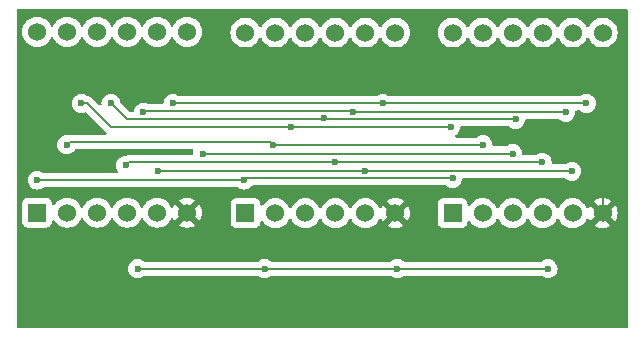
<source format=gbr>
%TF.GenerationSoftware,KiCad,Pcbnew,8.0.5*%
%TF.CreationDate,2024-10-27T11:23:10+01:00*%
%TF.ProjectId,hpdl display,6870646c-2064-4697-9370-6c61792e6b69,rev?*%
%TF.SameCoordinates,Original*%
%TF.FileFunction,Copper,L1,Top*%
%TF.FilePolarity,Positive*%
%FSLAX46Y46*%
G04 Gerber Fmt 4.6, Leading zero omitted, Abs format (unit mm)*
G04 Created by KiCad (PCBNEW 8.0.5) date 2024-10-27 11:23:10*
%MOMM*%
%LPD*%
G01*
G04 APERTURE LIST*
%TA.AperFunction,ComponentPad*%
%ADD10R,1.524000X1.524000*%
%TD*%
%TA.AperFunction,ComponentPad*%
%ADD11C,1.524000*%
%TD*%
%TA.AperFunction,ViaPad*%
%ADD12C,0.600000*%
%TD*%
%TA.AperFunction,Conductor*%
%ADD13C,0.200000*%
%TD*%
G04 APERTURE END LIST*
D10*
%TO.P,U1,1,D5*%
%TO.N,/D5*%
X133740000Y-90250000D03*
D11*
%TO.P,U1,2,D4*%
%TO.N,/D4*%
X136280000Y-90250000D03*
%TO.P,U1,3,WR*%
%TO.N,/WR0*%
X138820000Y-90250000D03*
%TO.P,U1,4,A1*%
%TO.N,/A1*%
X141360000Y-90250000D03*
%TO.P,U1,5,A0*%
%TO.N,/A0*%
X143900000Y-90250000D03*
%TO.P,U1,6,VDD*%
%TO.N,VCC*%
X146440000Y-90250000D03*
%TO.P,U1,7,GND*%
%TO.N,GND*%
X146440000Y-74950000D03*
%TO.P,U1,8,D0*%
%TO.N,/D0*%
X143900000Y-74950000D03*
%TO.P,U1,9,D1*%
%TO.N,/D1*%
X141360000Y-74950000D03*
%TO.P,U1,10,D2*%
%TO.N,/D2*%
X138820000Y-74950000D03*
%TO.P,U1,11,D3*%
%TO.N,/D3*%
X136280000Y-74950000D03*
%TO.P,U1,12,D6*%
%TO.N,/D6*%
X133740000Y-74950000D03*
%TD*%
D10*
%TO.P,U3,1,D5*%
%TO.N,/D5*%
X168920000Y-90300000D03*
D11*
%TO.P,U3,2,D4*%
%TO.N,/D4*%
X171460000Y-90300000D03*
%TO.P,U3,3,WR*%
%TO.N,/WR2*%
X174000000Y-90300000D03*
%TO.P,U3,4,A1*%
%TO.N,/A1*%
X176540000Y-90300000D03*
%TO.P,U3,5,A0*%
%TO.N,/A0*%
X179080000Y-90300000D03*
%TO.P,U3,6,VDD*%
%TO.N,VCC*%
X181620000Y-90300000D03*
%TO.P,U3,7,GND*%
%TO.N,GND*%
X181620000Y-75000000D03*
%TO.P,U3,8,D0*%
%TO.N,/D0*%
X179080000Y-75000000D03*
%TO.P,U3,9,D1*%
%TO.N,/D1*%
X176540000Y-75000000D03*
%TO.P,U3,10,D2*%
%TO.N,/D2*%
X174000000Y-75000000D03*
%TO.P,U3,11,D3*%
%TO.N,/D3*%
X171460000Y-75000000D03*
%TO.P,U3,12,D6*%
%TO.N,/D6*%
X168920000Y-75000000D03*
%TD*%
D10*
%TO.P,U2,1,D5*%
%TO.N,/D5*%
X151380000Y-90300000D03*
D11*
%TO.P,U2,2,D4*%
%TO.N,/D4*%
X153920000Y-90300000D03*
%TO.P,U2,3,WR*%
%TO.N,/WR1*%
X156460000Y-90300000D03*
%TO.P,U2,4,A1*%
%TO.N,/A1*%
X159000000Y-90300000D03*
%TO.P,U2,5,A0*%
%TO.N,/A0*%
X161540000Y-90300000D03*
%TO.P,U2,6,VDD*%
%TO.N,VCC*%
X164080000Y-90300000D03*
%TO.P,U2,7,GND*%
%TO.N,GND*%
X164080000Y-75000000D03*
%TO.P,U2,8,D0*%
%TO.N,/D0*%
X161540000Y-75000000D03*
%TO.P,U2,9,D1*%
%TO.N,/D1*%
X159000000Y-75000000D03*
%TO.P,U2,10,D2*%
%TO.N,/D2*%
X156460000Y-75000000D03*
%TO.P,U2,11,D3*%
%TO.N,/D3*%
X153920000Y-75000000D03*
%TO.P,U2,12,D6*%
%TO.N,/D6*%
X151380000Y-75000000D03*
%TD*%
D12*
%TO.N,GND*%
X177000000Y-95000000D03*
X164250000Y-95000000D03*
X153000000Y-95000000D03*
X142250000Y-95000000D03*
%TO.N,VCC*%
X182750000Y-81000000D03*
%TO.N,/D4*%
X171500000Y-84500000D03*
X153750000Y-84500000D03*
X136250000Y-84500000D03*
%TO.N,/D3*%
X168750000Y-83000000D03*
X137500000Y-81000000D03*
X155250000Y-83000000D03*
%TO.N,/A0*%
X144000000Y-86750000D03*
X161500000Y-86750000D03*
X179000000Y-86750000D03*
%TO.N,/D1*%
X178500000Y-81750000D03*
X142750000Y-81750000D03*
X160500000Y-81750000D03*
%TO.N,/A1*%
X176500000Y-86000000D03*
X159000000Y-86000000D03*
X141250000Y-86250000D03*
%TO.N,/D5*%
X133750000Y-87500000D03*
X151250000Y-87500000D03*
X168920000Y-87350000D03*
%TO.N,/D2*%
X158000000Y-82250000D03*
X140000000Y-81000000D03*
X174250000Y-82350000D03*
%TO.N,/D0*%
X145250000Y-81000000D03*
X180250000Y-81000000D03*
X163000000Y-81000000D03*
%TO.N,/WR2*%
X174000000Y-85250000D03*
X147750000Y-85250000D03*
%TD*%
D13*
%TO.N,GND*%
X153000000Y-95000000D02*
X164250000Y-95000000D01*
X164250000Y-95000000D02*
X177000000Y-95000000D01*
X142250000Y-95000000D02*
X153000000Y-95000000D01*
%TO.N,VCC*%
X182750000Y-81000000D02*
X181620000Y-82130000D01*
X181620000Y-82130000D02*
X181620000Y-90300000D01*
%TO.N,/D4*%
X136500000Y-84250000D02*
X136250000Y-84500000D01*
X153750000Y-84500000D02*
X153500000Y-84250000D01*
X171500000Y-84500000D02*
X153750000Y-84500000D01*
X153500000Y-84250000D02*
X136500000Y-84250000D01*
%TO.N,/D3*%
X137500000Y-81000000D02*
X138000000Y-81000000D01*
X168750000Y-83000000D02*
X155250000Y-83000000D01*
X138000000Y-81000000D02*
X140000000Y-83000000D01*
X140000000Y-83000000D02*
X155250000Y-83000000D01*
%TO.N,/A0*%
X179000000Y-86750000D02*
X161500000Y-86750000D01*
X161500000Y-86750000D02*
X144000000Y-86750000D01*
%TO.N,/D1*%
X142850000Y-81650000D02*
X142750000Y-81750000D01*
X160500000Y-81750000D02*
X160400000Y-81650000D01*
X178500000Y-81750000D02*
X160500000Y-81750000D01*
X160400000Y-81650000D02*
X142850000Y-81650000D01*
%TO.N,/A1*%
X176500000Y-86000000D02*
X159000000Y-86000000D01*
X141250000Y-86250000D02*
X141500000Y-86000000D01*
X141500000Y-86000000D02*
X159000000Y-86000000D01*
%TO.N,/D5*%
X151250000Y-87500000D02*
X133750000Y-87500000D01*
X168920000Y-87350000D02*
X151400000Y-87350000D01*
X151400000Y-87350000D02*
X151250000Y-87500000D01*
%TO.N,/D2*%
X141350000Y-82350000D02*
X157900000Y-82350000D01*
X158100000Y-82350000D02*
X158000000Y-82250000D01*
X157900000Y-82350000D02*
X158000000Y-82250000D01*
X174250000Y-82350000D02*
X158100000Y-82350000D01*
X140000000Y-81000000D02*
X141350000Y-82350000D01*
%TO.N,/D0*%
X163000000Y-81000000D02*
X145250000Y-81000000D01*
X180250000Y-81000000D02*
X163000000Y-81000000D01*
%TO.N,/WR2*%
X147750000Y-85250000D02*
X174000000Y-85250000D01*
%TD*%
%TA.AperFunction,Conductor*%
%TO.N,VCC*%
G36*
X183692539Y-73020185D02*
G01*
X183738294Y-73072989D01*
X183749500Y-73124500D01*
X183749500Y-99875500D01*
X183729815Y-99942539D01*
X183677011Y-99988294D01*
X183625500Y-99999500D01*
X132124500Y-99999500D01*
X132057461Y-99979815D01*
X132011706Y-99927011D01*
X132000500Y-99875500D01*
X132000500Y-94999996D01*
X141444435Y-94999996D01*
X141444435Y-95000003D01*
X141464630Y-95179249D01*
X141464631Y-95179254D01*
X141524211Y-95349523D01*
X141620184Y-95502262D01*
X141747738Y-95629816D01*
X141900478Y-95725789D01*
X142070745Y-95785368D01*
X142070750Y-95785369D01*
X142249996Y-95805565D01*
X142250000Y-95805565D01*
X142250004Y-95805565D01*
X142429249Y-95785369D01*
X142429252Y-95785368D01*
X142429255Y-95785368D01*
X142599522Y-95725789D01*
X142752262Y-95629816D01*
X142752267Y-95629810D01*
X142755097Y-95627555D01*
X142757275Y-95626665D01*
X142758158Y-95626111D01*
X142758255Y-95626265D01*
X142819783Y-95601145D01*
X142832412Y-95600500D01*
X152417588Y-95600500D01*
X152484627Y-95620185D01*
X152494903Y-95627555D01*
X152497736Y-95629814D01*
X152497738Y-95629816D01*
X152650478Y-95725789D01*
X152820745Y-95785368D01*
X152820750Y-95785369D01*
X152999996Y-95805565D01*
X153000000Y-95805565D01*
X153000004Y-95805565D01*
X153179249Y-95785369D01*
X153179252Y-95785368D01*
X153179255Y-95785368D01*
X153349522Y-95725789D01*
X153502262Y-95629816D01*
X153502267Y-95629810D01*
X153505097Y-95627555D01*
X153507275Y-95626665D01*
X153508158Y-95626111D01*
X153508255Y-95626265D01*
X153569783Y-95601145D01*
X153582412Y-95600500D01*
X163667588Y-95600500D01*
X163734627Y-95620185D01*
X163744903Y-95627555D01*
X163747736Y-95629814D01*
X163747738Y-95629816D01*
X163900478Y-95725789D01*
X164070745Y-95785368D01*
X164070750Y-95785369D01*
X164249996Y-95805565D01*
X164250000Y-95805565D01*
X164250004Y-95805565D01*
X164429249Y-95785369D01*
X164429252Y-95785368D01*
X164429255Y-95785368D01*
X164599522Y-95725789D01*
X164752262Y-95629816D01*
X164752267Y-95629810D01*
X164755097Y-95627555D01*
X164757275Y-95626665D01*
X164758158Y-95626111D01*
X164758255Y-95626265D01*
X164819783Y-95601145D01*
X164832412Y-95600500D01*
X176417588Y-95600500D01*
X176484627Y-95620185D01*
X176494903Y-95627555D01*
X176497736Y-95629814D01*
X176497738Y-95629816D01*
X176650478Y-95725789D01*
X176820745Y-95785368D01*
X176820750Y-95785369D01*
X176999996Y-95805565D01*
X177000000Y-95805565D01*
X177000004Y-95805565D01*
X177179249Y-95785369D01*
X177179252Y-95785368D01*
X177179255Y-95785368D01*
X177349522Y-95725789D01*
X177502262Y-95629816D01*
X177629816Y-95502262D01*
X177725789Y-95349522D01*
X177785368Y-95179255D01*
X177805565Y-95000000D01*
X177785368Y-94820745D01*
X177725789Y-94650478D01*
X177629816Y-94497738D01*
X177502262Y-94370184D01*
X177349523Y-94274211D01*
X177179254Y-94214631D01*
X177179249Y-94214630D01*
X177000004Y-94194435D01*
X176999996Y-94194435D01*
X176820750Y-94214630D01*
X176820745Y-94214631D01*
X176650476Y-94274211D01*
X176497736Y-94370185D01*
X176494903Y-94372445D01*
X176492724Y-94373334D01*
X176491842Y-94373889D01*
X176491744Y-94373734D01*
X176430217Y-94398855D01*
X176417588Y-94399500D01*
X164832412Y-94399500D01*
X164765373Y-94379815D01*
X164755097Y-94372445D01*
X164752263Y-94370185D01*
X164752262Y-94370184D01*
X164695496Y-94334515D01*
X164599523Y-94274211D01*
X164429254Y-94214631D01*
X164429249Y-94214630D01*
X164250004Y-94194435D01*
X164249996Y-94194435D01*
X164070750Y-94214630D01*
X164070745Y-94214631D01*
X163900476Y-94274211D01*
X163747736Y-94370185D01*
X163744903Y-94372445D01*
X163742724Y-94373334D01*
X163741842Y-94373889D01*
X163741744Y-94373734D01*
X163680217Y-94398855D01*
X163667588Y-94399500D01*
X153582412Y-94399500D01*
X153515373Y-94379815D01*
X153505097Y-94372445D01*
X153502263Y-94370185D01*
X153502262Y-94370184D01*
X153445496Y-94334515D01*
X153349523Y-94274211D01*
X153179254Y-94214631D01*
X153179249Y-94214630D01*
X153000004Y-94194435D01*
X152999996Y-94194435D01*
X152820750Y-94214630D01*
X152820745Y-94214631D01*
X152650476Y-94274211D01*
X152497736Y-94370185D01*
X152494903Y-94372445D01*
X152492724Y-94373334D01*
X152491842Y-94373889D01*
X152491744Y-94373734D01*
X152430217Y-94398855D01*
X152417588Y-94399500D01*
X142832412Y-94399500D01*
X142765373Y-94379815D01*
X142755097Y-94372445D01*
X142752263Y-94370185D01*
X142752262Y-94370184D01*
X142695496Y-94334515D01*
X142599523Y-94274211D01*
X142429254Y-94214631D01*
X142429249Y-94214630D01*
X142250004Y-94194435D01*
X142249996Y-94194435D01*
X142070750Y-94214630D01*
X142070745Y-94214631D01*
X141900476Y-94274211D01*
X141747737Y-94370184D01*
X141620184Y-94497737D01*
X141524211Y-94650476D01*
X141464631Y-94820745D01*
X141464630Y-94820750D01*
X141444435Y-94999996D01*
X132000500Y-94999996D01*
X132000500Y-89440135D01*
X132477500Y-89440135D01*
X132477500Y-91059870D01*
X132477501Y-91059876D01*
X132483908Y-91119483D01*
X132534202Y-91254328D01*
X132534206Y-91254335D01*
X132620452Y-91369544D01*
X132620455Y-91369547D01*
X132735664Y-91455793D01*
X132735671Y-91455797D01*
X132870517Y-91506091D01*
X132870516Y-91506091D01*
X132877444Y-91506835D01*
X132930127Y-91512500D01*
X134549872Y-91512499D01*
X134609483Y-91506091D01*
X134744331Y-91455796D01*
X134859546Y-91369546D01*
X134945796Y-91254331D01*
X134996091Y-91119483D01*
X135002500Y-91059873D01*
X135002499Y-91019920D01*
X135022182Y-90952884D01*
X135074985Y-90907128D01*
X135144143Y-90897183D01*
X135207700Y-90926206D01*
X135228073Y-90948796D01*
X135309174Y-91064620D01*
X135309175Y-91064621D01*
X135465378Y-91220824D01*
X135465384Y-91220829D01*
X135646333Y-91347531D01*
X135646335Y-91347532D01*
X135646338Y-91347534D01*
X135846550Y-91440894D01*
X136059932Y-91498070D01*
X136217123Y-91511822D01*
X136279998Y-91517323D01*
X136280000Y-91517323D01*
X136280002Y-91517323D01*
X136335151Y-91512498D01*
X136500068Y-91498070D01*
X136713450Y-91440894D01*
X136913662Y-91347534D01*
X137094620Y-91220826D01*
X137250826Y-91064620D01*
X137377534Y-90883662D01*
X137437618Y-90754811D01*
X137483790Y-90702371D01*
X137550983Y-90683219D01*
X137617865Y-90703435D01*
X137662382Y-90754811D01*
X137722464Y-90883658D01*
X137722468Y-90883666D01*
X137849170Y-91064615D01*
X137849175Y-91064621D01*
X138005378Y-91220824D01*
X138005384Y-91220829D01*
X138186333Y-91347531D01*
X138186335Y-91347532D01*
X138186338Y-91347534D01*
X138386550Y-91440894D01*
X138599932Y-91498070D01*
X138757123Y-91511822D01*
X138819998Y-91517323D01*
X138820000Y-91517323D01*
X138820002Y-91517323D01*
X138875151Y-91512498D01*
X139040068Y-91498070D01*
X139253450Y-91440894D01*
X139453662Y-91347534D01*
X139634620Y-91220826D01*
X139790826Y-91064620D01*
X139917534Y-90883662D01*
X139977618Y-90754811D01*
X140023790Y-90702371D01*
X140090983Y-90683219D01*
X140157865Y-90703435D01*
X140202382Y-90754811D01*
X140262464Y-90883658D01*
X140262468Y-90883666D01*
X140389170Y-91064615D01*
X140389175Y-91064621D01*
X140545378Y-91220824D01*
X140545384Y-91220829D01*
X140726333Y-91347531D01*
X140726335Y-91347532D01*
X140726338Y-91347534D01*
X140926550Y-91440894D01*
X141139932Y-91498070D01*
X141297123Y-91511822D01*
X141359998Y-91517323D01*
X141360000Y-91517323D01*
X141360002Y-91517323D01*
X141415151Y-91512498D01*
X141580068Y-91498070D01*
X141793450Y-91440894D01*
X141993662Y-91347534D01*
X142174620Y-91220826D01*
X142330826Y-91064620D01*
X142457534Y-90883662D01*
X142517618Y-90754811D01*
X142563790Y-90702371D01*
X142630983Y-90683219D01*
X142697865Y-90703435D01*
X142742382Y-90754811D01*
X142802464Y-90883658D01*
X142802468Y-90883666D01*
X142929170Y-91064615D01*
X142929175Y-91064621D01*
X143085378Y-91220824D01*
X143085384Y-91220829D01*
X143266333Y-91347531D01*
X143266335Y-91347532D01*
X143266338Y-91347534D01*
X143466550Y-91440894D01*
X143679932Y-91498070D01*
X143837123Y-91511822D01*
X143899998Y-91517323D01*
X143900000Y-91517323D01*
X143900002Y-91517323D01*
X143955151Y-91512498D01*
X144120068Y-91498070D01*
X144333450Y-91440894D01*
X144533662Y-91347534D01*
X144714620Y-91220826D01*
X144870826Y-91064620D01*
X144997534Y-90883662D01*
X145057894Y-90754218D01*
X145104066Y-90701779D01*
X145171259Y-90682627D01*
X145238141Y-90702843D01*
X145282658Y-90754219D01*
X145342898Y-90883405D01*
X145342901Y-90883411D01*
X145388258Y-90948187D01*
X145388259Y-90948188D01*
X145877577Y-90458869D01*
X145889925Y-90480255D01*
X145959745Y-90550075D01*
X146045255Y-90599444D01*
X146140630Y-90625000D01*
X146418553Y-90625000D01*
X145741810Y-91301740D01*
X145806590Y-91347099D01*
X145806592Y-91347100D01*
X146006715Y-91440419D01*
X146006729Y-91440424D01*
X146220013Y-91497573D01*
X146220023Y-91497575D01*
X146439999Y-91516821D01*
X146440001Y-91516821D01*
X146659976Y-91497575D01*
X146659986Y-91497573D01*
X146873270Y-91440424D01*
X146873284Y-91440419D01*
X147073407Y-91347100D01*
X147073417Y-91347094D01*
X147138188Y-91301741D01*
X146461448Y-90625000D01*
X146739370Y-90625000D01*
X146834745Y-90599444D01*
X146920255Y-90550075D01*
X146990075Y-90480255D01*
X147002422Y-90458869D01*
X147491741Y-90948188D01*
X147537094Y-90883417D01*
X147537100Y-90883407D01*
X147630419Y-90683284D01*
X147630424Y-90683270D01*
X147687573Y-90469986D01*
X147687575Y-90469976D01*
X147706821Y-90250000D01*
X147706821Y-90249999D01*
X147687575Y-90030023D01*
X147687573Y-90030013D01*
X147630424Y-89816729D01*
X147630420Y-89816720D01*
X147537096Y-89616586D01*
X147491741Y-89551811D01*
X147491740Y-89551810D01*
X147002421Y-90041129D01*
X146990075Y-90019745D01*
X146920255Y-89949925D01*
X146834745Y-89900556D01*
X146739370Y-89875000D01*
X146461448Y-89875000D01*
X146846312Y-89490135D01*
X150117500Y-89490135D01*
X150117500Y-91109870D01*
X150117501Y-91109876D01*
X150123908Y-91169483D01*
X150174202Y-91304328D01*
X150174206Y-91304335D01*
X150260452Y-91419544D01*
X150260455Y-91419547D01*
X150375664Y-91505793D01*
X150375671Y-91505797D01*
X150510517Y-91556091D01*
X150510516Y-91556091D01*
X150517444Y-91556835D01*
X150570127Y-91562500D01*
X152189872Y-91562499D01*
X152249483Y-91556091D01*
X152384331Y-91505796D01*
X152499546Y-91419546D01*
X152585796Y-91304331D01*
X152636091Y-91169483D01*
X152642500Y-91109873D01*
X152642499Y-91069920D01*
X152662182Y-91002884D01*
X152714985Y-90957128D01*
X152784143Y-90947183D01*
X152847700Y-90976206D01*
X152868073Y-90998796D01*
X152949174Y-91114620D01*
X152949175Y-91114621D01*
X153105378Y-91270824D01*
X153105384Y-91270829D01*
X153286333Y-91397531D01*
X153286335Y-91397532D01*
X153286338Y-91397534D01*
X153486550Y-91490894D01*
X153699932Y-91548070D01*
X153857123Y-91561822D01*
X153919998Y-91567323D01*
X153920000Y-91567323D01*
X153920002Y-91567323D01*
X153975151Y-91562498D01*
X154140068Y-91548070D01*
X154353450Y-91490894D01*
X154553662Y-91397534D01*
X154734620Y-91270826D01*
X154890826Y-91114620D01*
X155017534Y-90933662D01*
X155077618Y-90804811D01*
X155123790Y-90752371D01*
X155190983Y-90733219D01*
X155257865Y-90753435D01*
X155302382Y-90804811D01*
X155362464Y-90933658D01*
X155362468Y-90933666D01*
X155489170Y-91114615D01*
X155489175Y-91114621D01*
X155645378Y-91270824D01*
X155645384Y-91270829D01*
X155826333Y-91397531D01*
X155826335Y-91397532D01*
X155826338Y-91397534D01*
X156026550Y-91490894D01*
X156239932Y-91548070D01*
X156397123Y-91561822D01*
X156459998Y-91567323D01*
X156460000Y-91567323D01*
X156460002Y-91567323D01*
X156515151Y-91562498D01*
X156680068Y-91548070D01*
X156893450Y-91490894D01*
X157093662Y-91397534D01*
X157274620Y-91270826D01*
X157430826Y-91114620D01*
X157557534Y-90933662D01*
X157617618Y-90804811D01*
X157663790Y-90752371D01*
X157730983Y-90733219D01*
X157797865Y-90753435D01*
X157842382Y-90804811D01*
X157902464Y-90933658D01*
X157902468Y-90933666D01*
X158029170Y-91114615D01*
X158029175Y-91114621D01*
X158185378Y-91270824D01*
X158185384Y-91270829D01*
X158366333Y-91397531D01*
X158366335Y-91397532D01*
X158366338Y-91397534D01*
X158566550Y-91490894D01*
X158779932Y-91548070D01*
X158937123Y-91561822D01*
X158999998Y-91567323D01*
X159000000Y-91567323D01*
X159000002Y-91567323D01*
X159055151Y-91562498D01*
X159220068Y-91548070D01*
X159433450Y-91490894D01*
X159633662Y-91397534D01*
X159814620Y-91270826D01*
X159970826Y-91114620D01*
X160097534Y-90933662D01*
X160157618Y-90804811D01*
X160203790Y-90752371D01*
X160270983Y-90733219D01*
X160337865Y-90753435D01*
X160382382Y-90804811D01*
X160442464Y-90933658D01*
X160442468Y-90933666D01*
X160569170Y-91114615D01*
X160569175Y-91114621D01*
X160725378Y-91270824D01*
X160725384Y-91270829D01*
X160906333Y-91397531D01*
X160906335Y-91397532D01*
X160906338Y-91397534D01*
X161106550Y-91490894D01*
X161319932Y-91548070D01*
X161477123Y-91561822D01*
X161539998Y-91567323D01*
X161540000Y-91567323D01*
X161540002Y-91567323D01*
X161595151Y-91562498D01*
X161760068Y-91548070D01*
X161973450Y-91490894D01*
X162173662Y-91397534D01*
X162354620Y-91270826D01*
X162510826Y-91114620D01*
X162637534Y-90933662D01*
X162697894Y-90804218D01*
X162744066Y-90751779D01*
X162811259Y-90732627D01*
X162878141Y-90752843D01*
X162922658Y-90804219D01*
X162982898Y-90933405D01*
X162982901Y-90933411D01*
X163028258Y-90998187D01*
X163028259Y-90998188D01*
X163517577Y-90508869D01*
X163529925Y-90530255D01*
X163599745Y-90600075D01*
X163685255Y-90649444D01*
X163780630Y-90675000D01*
X164058553Y-90675000D01*
X163381810Y-91351740D01*
X163446590Y-91397099D01*
X163446592Y-91397100D01*
X163646715Y-91490419D01*
X163646729Y-91490424D01*
X163860013Y-91547573D01*
X163860023Y-91547575D01*
X164079999Y-91566821D01*
X164080001Y-91566821D01*
X164299976Y-91547575D01*
X164299986Y-91547573D01*
X164513270Y-91490424D01*
X164513284Y-91490419D01*
X164713407Y-91397100D01*
X164713417Y-91397094D01*
X164778188Y-91351741D01*
X164101448Y-90675000D01*
X164379370Y-90675000D01*
X164474745Y-90649444D01*
X164560255Y-90600075D01*
X164630075Y-90530255D01*
X164642422Y-90508869D01*
X165131741Y-90998188D01*
X165177094Y-90933417D01*
X165177100Y-90933407D01*
X165270419Y-90733284D01*
X165270424Y-90733270D01*
X165327573Y-90519986D01*
X165327575Y-90519976D01*
X165346821Y-90300000D01*
X165346821Y-90299999D01*
X165327575Y-90080023D01*
X165327573Y-90080013D01*
X165270424Y-89866729D01*
X165270420Y-89866720D01*
X165177096Y-89666586D01*
X165131741Y-89601811D01*
X165131740Y-89601810D01*
X164642421Y-90091129D01*
X164630075Y-90069745D01*
X164560255Y-89999925D01*
X164474745Y-89950556D01*
X164379370Y-89925000D01*
X164101448Y-89925000D01*
X164536312Y-89490135D01*
X167657500Y-89490135D01*
X167657500Y-91109870D01*
X167657501Y-91109876D01*
X167663908Y-91169483D01*
X167714202Y-91304328D01*
X167714206Y-91304335D01*
X167800452Y-91419544D01*
X167800455Y-91419547D01*
X167915664Y-91505793D01*
X167915671Y-91505797D01*
X168050517Y-91556091D01*
X168050516Y-91556091D01*
X168057444Y-91556835D01*
X168110127Y-91562500D01*
X169729872Y-91562499D01*
X169789483Y-91556091D01*
X169924331Y-91505796D01*
X170039546Y-91419546D01*
X170125796Y-91304331D01*
X170176091Y-91169483D01*
X170182500Y-91109873D01*
X170182499Y-91069920D01*
X170202182Y-91002884D01*
X170254985Y-90957128D01*
X170324143Y-90947183D01*
X170387700Y-90976206D01*
X170408073Y-90998796D01*
X170489174Y-91114620D01*
X170489175Y-91114621D01*
X170645378Y-91270824D01*
X170645384Y-91270829D01*
X170826333Y-91397531D01*
X170826335Y-91397532D01*
X170826338Y-91397534D01*
X171026550Y-91490894D01*
X171239932Y-91548070D01*
X171397123Y-91561822D01*
X171459998Y-91567323D01*
X171460000Y-91567323D01*
X171460002Y-91567323D01*
X171515151Y-91562498D01*
X171680068Y-91548070D01*
X171893450Y-91490894D01*
X172093662Y-91397534D01*
X172274620Y-91270826D01*
X172430826Y-91114620D01*
X172557534Y-90933662D01*
X172617618Y-90804811D01*
X172663790Y-90752371D01*
X172730983Y-90733219D01*
X172797865Y-90753435D01*
X172842382Y-90804811D01*
X172902464Y-90933658D01*
X172902468Y-90933666D01*
X173029170Y-91114615D01*
X173029175Y-91114621D01*
X173185378Y-91270824D01*
X173185384Y-91270829D01*
X173366333Y-91397531D01*
X173366335Y-91397532D01*
X173366338Y-91397534D01*
X173566550Y-91490894D01*
X173779932Y-91548070D01*
X173937123Y-91561822D01*
X173999998Y-91567323D01*
X174000000Y-91567323D01*
X174000002Y-91567323D01*
X174055151Y-91562498D01*
X174220068Y-91548070D01*
X174433450Y-91490894D01*
X174633662Y-91397534D01*
X174814620Y-91270826D01*
X174970826Y-91114620D01*
X175097534Y-90933662D01*
X175157618Y-90804811D01*
X175203790Y-90752371D01*
X175270983Y-90733219D01*
X175337865Y-90753435D01*
X175382382Y-90804811D01*
X175442464Y-90933658D01*
X175442468Y-90933666D01*
X175569170Y-91114615D01*
X175569175Y-91114621D01*
X175725378Y-91270824D01*
X175725384Y-91270829D01*
X175906333Y-91397531D01*
X175906335Y-91397532D01*
X175906338Y-91397534D01*
X176106550Y-91490894D01*
X176319932Y-91548070D01*
X176477123Y-91561822D01*
X176539998Y-91567323D01*
X176540000Y-91567323D01*
X176540002Y-91567323D01*
X176595151Y-91562498D01*
X176760068Y-91548070D01*
X176973450Y-91490894D01*
X177173662Y-91397534D01*
X177354620Y-91270826D01*
X177510826Y-91114620D01*
X177637534Y-90933662D01*
X177697618Y-90804811D01*
X177743790Y-90752371D01*
X177810983Y-90733219D01*
X177877865Y-90753435D01*
X177922382Y-90804811D01*
X177982464Y-90933658D01*
X177982468Y-90933666D01*
X178109170Y-91114615D01*
X178109175Y-91114621D01*
X178265378Y-91270824D01*
X178265384Y-91270829D01*
X178446333Y-91397531D01*
X178446335Y-91397532D01*
X178446338Y-91397534D01*
X178646550Y-91490894D01*
X178859932Y-91548070D01*
X179017123Y-91561822D01*
X179079998Y-91567323D01*
X179080000Y-91567323D01*
X179080002Y-91567323D01*
X179135151Y-91562498D01*
X179300068Y-91548070D01*
X179513450Y-91490894D01*
X179713662Y-91397534D01*
X179894620Y-91270826D01*
X180050826Y-91114620D01*
X180177534Y-90933662D01*
X180237894Y-90804218D01*
X180284066Y-90751779D01*
X180351259Y-90732627D01*
X180418141Y-90752843D01*
X180462658Y-90804219D01*
X180522898Y-90933405D01*
X180522901Y-90933411D01*
X180568258Y-90998187D01*
X180568259Y-90998188D01*
X181057577Y-90508869D01*
X181069925Y-90530255D01*
X181139745Y-90600075D01*
X181225255Y-90649444D01*
X181320630Y-90675000D01*
X181598553Y-90675000D01*
X180921810Y-91351740D01*
X180986590Y-91397099D01*
X180986592Y-91397100D01*
X181186715Y-91490419D01*
X181186729Y-91490424D01*
X181400013Y-91547573D01*
X181400023Y-91547575D01*
X181619999Y-91566821D01*
X181620001Y-91566821D01*
X181839976Y-91547575D01*
X181839986Y-91547573D01*
X182053270Y-91490424D01*
X182053284Y-91490419D01*
X182253407Y-91397100D01*
X182253417Y-91397094D01*
X182318188Y-91351741D01*
X181641448Y-90675000D01*
X181919370Y-90675000D01*
X182014745Y-90649444D01*
X182100255Y-90600075D01*
X182170075Y-90530255D01*
X182182422Y-90508869D01*
X182671741Y-90998188D01*
X182717094Y-90933417D01*
X182717100Y-90933407D01*
X182810419Y-90733284D01*
X182810424Y-90733270D01*
X182867573Y-90519986D01*
X182867575Y-90519976D01*
X182886821Y-90300000D01*
X182886821Y-90299999D01*
X182867575Y-90080023D01*
X182867573Y-90080013D01*
X182810424Y-89866729D01*
X182810420Y-89866720D01*
X182717096Y-89666586D01*
X182671741Y-89601811D01*
X182671740Y-89601810D01*
X182182421Y-90091129D01*
X182170075Y-90069745D01*
X182100255Y-89999925D01*
X182014745Y-89950556D01*
X181919370Y-89925000D01*
X181641448Y-89925000D01*
X182318188Y-89248259D01*
X182318187Y-89248258D01*
X182253411Y-89202901D01*
X182253405Y-89202898D01*
X182053284Y-89109580D01*
X182053270Y-89109575D01*
X181839986Y-89052426D01*
X181839976Y-89052424D01*
X181620001Y-89033179D01*
X181619999Y-89033179D01*
X181400023Y-89052424D01*
X181400013Y-89052426D01*
X181186729Y-89109575D01*
X181186720Y-89109579D01*
X180986590Y-89202901D01*
X180921811Y-89248258D01*
X181598553Y-89925000D01*
X181320630Y-89925000D01*
X181225255Y-89950556D01*
X181139745Y-89999925D01*
X181069925Y-90069745D01*
X181057578Y-90091130D01*
X180568258Y-89601811D01*
X180522901Y-89666590D01*
X180462658Y-89795781D01*
X180416485Y-89848220D01*
X180349292Y-89867372D01*
X180282411Y-89847156D01*
X180237894Y-89795781D01*
X180177534Y-89666340D01*
X180177533Y-89666338D01*
X180142699Y-89616590D01*
X180097341Y-89551811D01*
X180050827Y-89485381D01*
X179995962Y-89430516D01*
X179894620Y-89329174D01*
X179894616Y-89329171D01*
X179894615Y-89329170D01*
X179713666Y-89202468D01*
X179713662Y-89202466D01*
X179666457Y-89180454D01*
X179513450Y-89109106D01*
X179513447Y-89109105D01*
X179513445Y-89109104D01*
X179300070Y-89051930D01*
X179300062Y-89051929D01*
X179080002Y-89032677D01*
X179079998Y-89032677D01*
X178859937Y-89051929D01*
X178859929Y-89051930D01*
X178646554Y-89109104D01*
X178646548Y-89109107D01*
X178446340Y-89202465D01*
X178446338Y-89202466D01*
X178265377Y-89329175D01*
X178109175Y-89485377D01*
X177982466Y-89666338D01*
X177982465Y-89666340D01*
X177922382Y-89795189D01*
X177876209Y-89847628D01*
X177809016Y-89866780D01*
X177742135Y-89846564D01*
X177697618Y-89795189D01*
X177637534Y-89666340D01*
X177637533Y-89666338D01*
X177602699Y-89616590D01*
X177557341Y-89551811D01*
X177510827Y-89485381D01*
X177455962Y-89430516D01*
X177354620Y-89329174D01*
X177354616Y-89329171D01*
X177354615Y-89329170D01*
X177173666Y-89202468D01*
X177173662Y-89202466D01*
X177126457Y-89180454D01*
X176973450Y-89109106D01*
X176973447Y-89109105D01*
X176973445Y-89109104D01*
X176760070Y-89051930D01*
X176760062Y-89051929D01*
X176540002Y-89032677D01*
X176539998Y-89032677D01*
X176319937Y-89051929D01*
X176319929Y-89051930D01*
X176106554Y-89109104D01*
X176106548Y-89109107D01*
X175906340Y-89202465D01*
X175906338Y-89202466D01*
X175725377Y-89329175D01*
X175569175Y-89485377D01*
X175442466Y-89666338D01*
X175442465Y-89666340D01*
X175382382Y-89795189D01*
X175336209Y-89847628D01*
X175269016Y-89866780D01*
X175202135Y-89846564D01*
X175157618Y-89795189D01*
X175097534Y-89666340D01*
X175097533Y-89666338D01*
X175062699Y-89616590D01*
X175017341Y-89551811D01*
X174970827Y-89485381D01*
X174915962Y-89430516D01*
X174814620Y-89329174D01*
X174814616Y-89329171D01*
X174814615Y-89329170D01*
X174633666Y-89202468D01*
X174633662Y-89202466D01*
X174586457Y-89180454D01*
X174433450Y-89109106D01*
X174433447Y-89109105D01*
X174433445Y-89109104D01*
X174220070Y-89051930D01*
X174220062Y-89051929D01*
X174000002Y-89032677D01*
X173999998Y-89032677D01*
X173779937Y-89051929D01*
X173779929Y-89051930D01*
X173566554Y-89109104D01*
X173566548Y-89109107D01*
X173366340Y-89202465D01*
X173366338Y-89202466D01*
X173185377Y-89329175D01*
X173029175Y-89485377D01*
X172902466Y-89666338D01*
X172902465Y-89666340D01*
X172842382Y-89795189D01*
X172796209Y-89847628D01*
X172729016Y-89866780D01*
X172662135Y-89846564D01*
X172617618Y-89795189D01*
X172557534Y-89666340D01*
X172557533Y-89666338D01*
X172522699Y-89616590D01*
X172477341Y-89551811D01*
X172430827Y-89485381D01*
X172375962Y-89430516D01*
X172274620Y-89329174D01*
X172274616Y-89329171D01*
X172274615Y-89329170D01*
X172093666Y-89202468D01*
X172093662Y-89202466D01*
X172046457Y-89180454D01*
X171893450Y-89109106D01*
X171893447Y-89109105D01*
X171893445Y-89109104D01*
X171680070Y-89051930D01*
X171680062Y-89051929D01*
X171460002Y-89032677D01*
X171459998Y-89032677D01*
X171239937Y-89051929D01*
X171239929Y-89051930D01*
X171026554Y-89109104D01*
X171026548Y-89109107D01*
X170826340Y-89202465D01*
X170826338Y-89202466D01*
X170645377Y-89329175D01*
X170489175Y-89485377D01*
X170408074Y-89601203D01*
X170353497Y-89644828D01*
X170283999Y-89652022D01*
X170221644Y-89620499D01*
X170186230Y-89560270D01*
X170182499Y-89530080D01*
X170182499Y-89490129D01*
X170182498Y-89490123D01*
X170182497Y-89490116D01*
X170176091Y-89430517D01*
X170157442Y-89380517D01*
X170125797Y-89295671D01*
X170125793Y-89295664D01*
X170039547Y-89180455D01*
X170039544Y-89180452D01*
X169924335Y-89094206D01*
X169924328Y-89094202D01*
X169789482Y-89043908D01*
X169789483Y-89043908D01*
X169729883Y-89037501D01*
X169729881Y-89037500D01*
X169729873Y-89037500D01*
X169729864Y-89037500D01*
X168110129Y-89037500D01*
X168110123Y-89037501D01*
X168050516Y-89043908D01*
X167915671Y-89094202D01*
X167915664Y-89094206D01*
X167800455Y-89180452D01*
X167800452Y-89180455D01*
X167714206Y-89295664D01*
X167714202Y-89295671D01*
X167663908Y-89430517D01*
X167658010Y-89485380D01*
X167657501Y-89490123D01*
X167657500Y-89490135D01*
X164536312Y-89490135D01*
X164778188Y-89248259D01*
X164778187Y-89248258D01*
X164713411Y-89202901D01*
X164713405Y-89202898D01*
X164513284Y-89109580D01*
X164513270Y-89109575D01*
X164299986Y-89052426D01*
X164299976Y-89052424D01*
X164080001Y-89033179D01*
X164079999Y-89033179D01*
X163860023Y-89052424D01*
X163860013Y-89052426D01*
X163646729Y-89109575D01*
X163646720Y-89109579D01*
X163446590Y-89202901D01*
X163381811Y-89248258D01*
X164058553Y-89925000D01*
X163780630Y-89925000D01*
X163685255Y-89950556D01*
X163599745Y-89999925D01*
X163529925Y-90069745D01*
X163517578Y-90091130D01*
X163028258Y-89601811D01*
X162982901Y-89666590D01*
X162922658Y-89795781D01*
X162876485Y-89848220D01*
X162809292Y-89867372D01*
X162742411Y-89847156D01*
X162697894Y-89795781D01*
X162637534Y-89666340D01*
X162637533Y-89666338D01*
X162602699Y-89616590D01*
X162557341Y-89551811D01*
X162510827Y-89485381D01*
X162455962Y-89430516D01*
X162354620Y-89329174D01*
X162354616Y-89329171D01*
X162354615Y-89329170D01*
X162173666Y-89202468D01*
X162173662Y-89202466D01*
X162126457Y-89180454D01*
X161973450Y-89109106D01*
X161973447Y-89109105D01*
X161973445Y-89109104D01*
X161760070Y-89051930D01*
X161760062Y-89051929D01*
X161540002Y-89032677D01*
X161539998Y-89032677D01*
X161319937Y-89051929D01*
X161319929Y-89051930D01*
X161106554Y-89109104D01*
X161106548Y-89109107D01*
X160906340Y-89202465D01*
X160906338Y-89202466D01*
X160725377Y-89329175D01*
X160569175Y-89485377D01*
X160442466Y-89666338D01*
X160442465Y-89666340D01*
X160382382Y-89795189D01*
X160336209Y-89847628D01*
X160269016Y-89866780D01*
X160202135Y-89846564D01*
X160157618Y-89795189D01*
X160097534Y-89666340D01*
X160097533Y-89666338D01*
X160062699Y-89616590D01*
X160017341Y-89551811D01*
X159970827Y-89485381D01*
X159915962Y-89430516D01*
X159814620Y-89329174D01*
X159814616Y-89329171D01*
X159814615Y-89329170D01*
X159633666Y-89202468D01*
X159633662Y-89202466D01*
X159586457Y-89180454D01*
X159433450Y-89109106D01*
X159433447Y-89109105D01*
X159433445Y-89109104D01*
X159220070Y-89051930D01*
X159220062Y-89051929D01*
X159000002Y-89032677D01*
X158999998Y-89032677D01*
X158779937Y-89051929D01*
X158779929Y-89051930D01*
X158566554Y-89109104D01*
X158566548Y-89109107D01*
X158366340Y-89202465D01*
X158366338Y-89202466D01*
X158185377Y-89329175D01*
X158029175Y-89485377D01*
X157902466Y-89666338D01*
X157902465Y-89666340D01*
X157842382Y-89795189D01*
X157796209Y-89847628D01*
X157729016Y-89866780D01*
X157662135Y-89846564D01*
X157617618Y-89795189D01*
X157557534Y-89666340D01*
X157557533Y-89666338D01*
X157522699Y-89616590D01*
X157477341Y-89551811D01*
X157430827Y-89485381D01*
X157375962Y-89430516D01*
X157274620Y-89329174D01*
X157274616Y-89329171D01*
X157274615Y-89329170D01*
X157093666Y-89202468D01*
X157093662Y-89202466D01*
X157046457Y-89180454D01*
X156893450Y-89109106D01*
X156893447Y-89109105D01*
X156893445Y-89109104D01*
X156680070Y-89051930D01*
X156680062Y-89051929D01*
X156460002Y-89032677D01*
X156459998Y-89032677D01*
X156239937Y-89051929D01*
X156239929Y-89051930D01*
X156026554Y-89109104D01*
X156026548Y-89109107D01*
X155826340Y-89202465D01*
X155826338Y-89202466D01*
X155645377Y-89329175D01*
X155489175Y-89485377D01*
X155362466Y-89666338D01*
X155362465Y-89666340D01*
X155302382Y-89795189D01*
X155256209Y-89847628D01*
X155189016Y-89866780D01*
X155122135Y-89846564D01*
X155077618Y-89795189D01*
X155017534Y-89666340D01*
X155017533Y-89666338D01*
X154982699Y-89616590D01*
X154937341Y-89551811D01*
X154890827Y-89485381D01*
X154835962Y-89430516D01*
X154734620Y-89329174D01*
X154734616Y-89329171D01*
X154734615Y-89329170D01*
X154553666Y-89202468D01*
X154553662Y-89202466D01*
X154506457Y-89180454D01*
X154353450Y-89109106D01*
X154353447Y-89109105D01*
X154353445Y-89109104D01*
X154140070Y-89051930D01*
X154140062Y-89051929D01*
X153920002Y-89032677D01*
X153919998Y-89032677D01*
X153699937Y-89051929D01*
X153699929Y-89051930D01*
X153486554Y-89109104D01*
X153486548Y-89109107D01*
X153286340Y-89202465D01*
X153286338Y-89202466D01*
X153105377Y-89329175D01*
X152949175Y-89485377D01*
X152868074Y-89601203D01*
X152813497Y-89644828D01*
X152743999Y-89652022D01*
X152681644Y-89620499D01*
X152646230Y-89560270D01*
X152642499Y-89530080D01*
X152642499Y-89490129D01*
X152642498Y-89490123D01*
X152642497Y-89490116D01*
X152636091Y-89430517D01*
X152617442Y-89380517D01*
X152585797Y-89295671D01*
X152585793Y-89295664D01*
X152499547Y-89180455D01*
X152499544Y-89180452D01*
X152384335Y-89094206D01*
X152384328Y-89094202D01*
X152249482Y-89043908D01*
X152249483Y-89043908D01*
X152189883Y-89037501D01*
X152189881Y-89037500D01*
X152189873Y-89037500D01*
X152189864Y-89037500D01*
X150570129Y-89037500D01*
X150570123Y-89037501D01*
X150510516Y-89043908D01*
X150375671Y-89094202D01*
X150375664Y-89094206D01*
X150260455Y-89180452D01*
X150260452Y-89180455D01*
X150174206Y-89295664D01*
X150174202Y-89295671D01*
X150123908Y-89430517D01*
X150118010Y-89485380D01*
X150117501Y-89490123D01*
X150117500Y-89490135D01*
X146846312Y-89490135D01*
X147138188Y-89198259D01*
X147138187Y-89198258D01*
X147073411Y-89152901D01*
X147073405Y-89152898D01*
X146873284Y-89059580D01*
X146873270Y-89059575D01*
X146659986Y-89002426D01*
X146659976Y-89002424D01*
X146440001Y-88983179D01*
X146439999Y-88983179D01*
X146220023Y-89002424D01*
X146220013Y-89002426D01*
X146006729Y-89059575D01*
X146006720Y-89059579D01*
X145806590Y-89152901D01*
X145741811Y-89198258D01*
X146418553Y-89875000D01*
X146140630Y-89875000D01*
X146045255Y-89900556D01*
X145959745Y-89949925D01*
X145889925Y-90019745D01*
X145877577Y-90041130D01*
X145388258Y-89551811D01*
X145342901Y-89616590D01*
X145282658Y-89745781D01*
X145236485Y-89798220D01*
X145169292Y-89817372D01*
X145102411Y-89797156D01*
X145057894Y-89745781D01*
X145020966Y-89666590D01*
X144997534Y-89616339D01*
X144909166Y-89490135D01*
X144870827Y-89435381D01*
X144815962Y-89380516D01*
X144714620Y-89279174D01*
X144714616Y-89279171D01*
X144714615Y-89279170D01*
X144533666Y-89152468D01*
X144533662Y-89152466D01*
X144486457Y-89130454D01*
X144333450Y-89059106D01*
X144333447Y-89059105D01*
X144333445Y-89059104D01*
X144120070Y-89001930D01*
X144120062Y-89001929D01*
X143900002Y-88982677D01*
X143899998Y-88982677D01*
X143679937Y-89001929D01*
X143679929Y-89001930D01*
X143466554Y-89059104D01*
X143466548Y-89059107D01*
X143266340Y-89152465D01*
X143266338Y-89152466D01*
X143085377Y-89279175D01*
X142929175Y-89435377D01*
X142802466Y-89616338D01*
X142802465Y-89616340D01*
X142742382Y-89745189D01*
X142696209Y-89797628D01*
X142629016Y-89816780D01*
X142562135Y-89796564D01*
X142517618Y-89745189D01*
X142480966Y-89666590D01*
X142457534Y-89616339D01*
X142369166Y-89490135D01*
X142330827Y-89435381D01*
X142275962Y-89380516D01*
X142174620Y-89279174D01*
X142174616Y-89279171D01*
X142174615Y-89279170D01*
X141993666Y-89152468D01*
X141993662Y-89152466D01*
X141946457Y-89130454D01*
X141793450Y-89059106D01*
X141793447Y-89059105D01*
X141793445Y-89059104D01*
X141580070Y-89001930D01*
X141580062Y-89001929D01*
X141360002Y-88982677D01*
X141359998Y-88982677D01*
X141139937Y-89001929D01*
X141139929Y-89001930D01*
X140926554Y-89059104D01*
X140926548Y-89059107D01*
X140726340Y-89152465D01*
X140726338Y-89152466D01*
X140545377Y-89279175D01*
X140389175Y-89435377D01*
X140262466Y-89616338D01*
X140262465Y-89616340D01*
X140202382Y-89745189D01*
X140156209Y-89797628D01*
X140089016Y-89816780D01*
X140022135Y-89796564D01*
X139977618Y-89745189D01*
X139940966Y-89666590D01*
X139917534Y-89616339D01*
X139829166Y-89490135D01*
X139790827Y-89435381D01*
X139735962Y-89380516D01*
X139634620Y-89279174D01*
X139634616Y-89279171D01*
X139634615Y-89279170D01*
X139453666Y-89152468D01*
X139453662Y-89152466D01*
X139406457Y-89130454D01*
X139253450Y-89059106D01*
X139253447Y-89059105D01*
X139253445Y-89059104D01*
X139040070Y-89001930D01*
X139040062Y-89001929D01*
X138820002Y-88982677D01*
X138819998Y-88982677D01*
X138599937Y-89001929D01*
X138599929Y-89001930D01*
X138386554Y-89059104D01*
X138386548Y-89059107D01*
X138186340Y-89152465D01*
X138186338Y-89152466D01*
X138005377Y-89279175D01*
X137849175Y-89435377D01*
X137722466Y-89616338D01*
X137722465Y-89616340D01*
X137662382Y-89745189D01*
X137616209Y-89797628D01*
X137549016Y-89816780D01*
X137482135Y-89796564D01*
X137437618Y-89745189D01*
X137400966Y-89666590D01*
X137377534Y-89616339D01*
X137289166Y-89490135D01*
X137250827Y-89435381D01*
X137195962Y-89380516D01*
X137094620Y-89279174D01*
X137094616Y-89279171D01*
X137094615Y-89279170D01*
X136913666Y-89152468D01*
X136913662Y-89152466D01*
X136866457Y-89130454D01*
X136713450Y-89059106D01*
X136713447Y-89059105D01*
X136713445Y-89059104D01*
X136500070Y-89001930D01*
X136500062Y-89001929D01*
X136280002Y-88982677D01*
X136279998Y-88982677D01*
X136059937Y-89001929D01*
X136059929Y-89001930D01*
X135846554Y-89059104D01*
X135846548Y-89059107D01*
X135646340Y-89152465D01*
X135646338Y-89152466D01*
X135465377Y-89279175D01*
X135309175Y-89435377D01*
X135228074Y-89551203D01*
X135173497Y-89594828D01*
X135103999Y-89602022D01*
X135041644Y-89570499D01*
X135006230Y-89510270D01*
X135002499Y-89480080D01*
X135002499Y-89440129D01*
X135002498Y-89440123D01*
X135002497Y-89440116D01*
X134996091Y-89380517D01*
X134976941Y-89329174D01*
X134945797Y-89245671D01*
X134945793Y-89245664D01*
X134859547Y-89130455D01*
X134859544Y-89130452D01*
X134744335Y-89044206D01*
X134744328Y-89044202D01*
X134609482Y-88993908D01*
X134609483Y-88993908D01*
X134549883Y-88987501D01*
X134549881Y-88987500D01*
X134549873Y-88987500D01*
X134549864Y-88987500D01*
X132930129Y-88987500D01*
X132930123Y-88987501D01*
X132870516Y-88993908D01*
X132735671Y-89044202D01*
X132735664Y-89044206D01*
X132620455Y-89130452D01*
X132620452Y-89130455D01*
X132534206Y-89245664D01*
X132534202Y-89245671D01*
X132483908Y-89380517D01*
X132478010Y-89435380D01*
X132477501Y-89440123D01*
X132477500Y-89440135D01*
X132000500Y-89440135D01*
X132000500Y-87499996D01*
X132944435Y-87499996D01*
X132944435Y-87500003D01*
X132964630Y-87679249D01*
X132964631Y-87679254D01*
X133024211Y-87849523D01*
X133106079Y-87979814D01*
X133120184Y-88002262D01*
X133247738Y-88129816D01*
X133400478Y-88225789D01*
X133570745Y-88285368D01*
X133570750Y-88285369D01*
X133749996Y-88305565D01*
X133750000Y-88305565D01*
X133750004Y-88305565D01*
X133929249Y-88285369D01*
X133929252Y-88285368D01*
X133929255Y-88285368D01*
X134099522Y-88225789D01*
X134252262Y-88129816D01*
X134252267Y-88129810D01*
X134255097Y-88127555D01*
X134257275Y-88126665D01*
X134258158Y-88126111D01*
X134258255Y-88126265D01*
X134319783Y-88101145D01*
X134332412Y-88100500D01*
X150667588Y-88100500D01*
X150734627Y-88120185D01*
X150744903Y-88127555D01*
X150747736Y-88129814D01*
X150747738Y-88129816D01*
X150900478Y-88225789D01*
X151070745Y-88285368D01*
X151070750Y-88285369D01*
X151249996Y-88305565D01*
X151250000Y-88305565D01*
X151250004Y-88305565D01*
X151429249Y-88285369D01*
X151429252Y-88285368D01*
X151429255Y-88285368D01*
X151599522Y-88225789D01*
X151752262Y-88129816D01*
X151879816Y-88002262D01*
X151879818Y-88002257D01*
X151883865Y-87997185D01*
X151941054Y-87957046D01*
X151980810Y-87950500D01*
X168337588Y-87950500D01*
X168404627Y-87970185D01*
X168414903Y-87977555D01*
X168417736Y-87979814D01*
X168417738Y-87979816D01*
X168570478Y-88075789D01*
X168724878Y-88129816D01*
X168740745Y-88135368D01*
X168740750Y-88135369D01*
X168919996Y-88155565D01*
X168920000Y-88155565D01*
X168920004Y-88155565D01*
X169099249Y-88135369D01*
X169099252Y-88135368D01*
X169099255Y-88135368D01*
X169269522Y-88075789D01*
X169422262Y-87979816D01*
X169549816Y-87852262D01*
X169645789Y-87699522D01*
X169705368Y-87529255D01*
X169708665Y-87500000D01*
X169713102Y-87460617D01*
X169740168Y-87396203D01*
X169797763Y-87356648D01*
X169836322Y-87350500D01*
X178417588Y-87350500D01*
X178484627Y-87370185D01*
X178494903Y-87377555D01*
X178497736Y-87379814D01*
X178497738Y-87379816D01*
X178650478Y-87475789D01*
X178719678Y-87500003D01*
X178820745Y-87535368D01*
X178820750Y-87535369D01*
X178999996Y-87555565D01*
X179000000Y-87555565D01*
X179000004Y-87555565D01*
X179179249Y-87535369D01*
X179179252Y-87535368D01*
X179179255Y-87535368D01*
X179349522Y-87475789D01*
X179502262Y-87379816D01*
X179629816Y-87252262D01*
X179725789Y-87099522D01*
X179785368Y-86929255D01*
X179790713Y-86881816D01*
X179805565Y-86750003D01*
X179805565Y-86749996D01*
X179785369Y-86570750D01*
X179785368Y-86570745D01*
X179725789Y-86400478D01*
X179629816Y-86247738D01*
X179502262Y-86120184D01*
X179433553Y-86077011D01*
X179349523Y-86024211D01*
X179179254Y-85964631D01*
X179179249Y-85964630D01*
X179000004Y-85944435D01*
X178999996Y-85944435D01*
X178820750Y-85964630D01*
X178820745Y-85964631D01*
X178650476Y-86024211D01*
X178497736Y-86120185D01*
X178494903Y-86122445D01*
X178492724Y-86123334D01*
X178491842Y-86123889D01*
X178491744Y-86123734D01*
X178430217Y-86148855D01*
X178417588Y-86149500D01*
X177427476Y-86149500D01*
X177360437Y-86129815D01*
X177314682Y-86077011D01*
X177304256Y-86011614D01*
X177305565Y-85999998D01*
X177305565Y-85999996D01*
X177285369Y-85820750D01*
X177285368Y-85820745D01*
X177225788Y-85650476D01*
X177129815Y-85497737D01*
X177002262Y-85370184D01*
X176849523Y-85274211D01*
X176679254Y-85214631D01*
X176679249Y-85214630D01*
X176500004Y-85194435D01*
X176499996Y-85194435D01*
X176320750Y-85214630D01*
X176320745Y-85214631D01*
X176150476Y-85274211D01*
X175997736Y-85370185D01*
X175994903Y-85372445D01*
X175992724Y-85373334D01*
X175991842Y-85373889D01*
X175991744Y-85373734D01*
X175930217Y-85398855D01*
X175917588Y-85399500D01*
X174927476Y-85399500D01*
X174860437Y-85379815D01*
X174814682Y-85327011D01*
X174804256Y-85261614D01*
X174805565Y-85249998D01*
X174805565Y-85249996D01*
X174785369Y-85070750D01*
X174785368Y-85070745D01*
X174725788Y-84900476D01*
X174629815Y-84747737D01*
X174502262Y-84620184D01*
X174349523Y-84524211D01*
X174179254Y-84464631D01*
X174179249Y-84464630D01*
X174000004Y-84444435D01*
X173999996Y-84444435D01*
X173820750Y-84464630D01*
X173820745Y-84464631D01*
X173650476Y-84524211D01*
X173497736Y-84620185D01*
X173494903Y-84622445D01*
X173492724Y-84623334D01*
X173491842Y-84623889D01*
X173491744Y-84623734D01*
X173430217Y-84648855D01*
X173417588Y-84649500D01*
X172427476Y-84649500D01*
X172360437Y-84629815D01*
X172314682Y-84577011D01*
X172304256Y-84511614D01*
X172305565Y-84500003D01*
X172305565Y-84500000D01*
X172299304Y-84444435D01*
X172285369Y-84320750D01*
X172285368Y-84320745D01*
X172225788Y-84150476D01*
X172129815Y-83997737D01*
X172002262Y-83870184D01*
X171849523Y-83774211D01*
X171679254Y-83714631D01*
X171679249Y-83714630D01*
X171500004Y-83694435D01*
X171499996Y-83694435D01*
X171320750Y-83714630D01*
X171320745Y-83714631D01*
X171150476Y-83774211D01*
X170997736Y-83870185D01*
X170994903Y-83872445D01*
X170992724Y-83873334D01*
X170991842Y-83873889D01*
X170991744Y-83873734D01*
X170930217Y-83898855D01*
X170917588Y-83899500D01*
X169253476Y-83899500D01*
X169186437Y-83879815D01*
X169140682Y-83827011D01*
X169130738Y-83757853D01*
X169159763Y-83694297D01*
X169187504Y-83670506D01*
X169203484Y-83660465D01*
X169252262Y-83629816D01*
X169379816Y-83502262D01*
X169475789Y-83349522D01*
X169535368Y-83179255D01*
X169535369Y-83179250D01*
X169548736Y-83060616D01*
X169575803Y-82996202D01*
X169633397Y-82956647D01*
X169671956Y-82950500D01*
X173667588Y-82950500D01*
X173734627Y-82970185D01*
X173744903Y-82977555D01*
X173747736Y-82979814D01*
X173747738Y-82979816D01*
X173900478Y-83075789D01*
X174070745Y-83135368D01*
X174070750Y-83135369D01*
X174249996Y-83155565D01*
X174250000Y-83155565D01*
X174250004Y-83155565D01*
X174429249Y-83135369D01*
X174429252Y-83135368D01*
X174429255Y-83135368D01*
X174599522Y-83075789D01*
X174752262Y-82979816D01*
X174879816Y-82852262D01*
X174975789Y-82699522D01*
X175035368Y-82529255D01*
X175041393Y-82475789D01*
X175043102Y-82460617D01*
X175070168Y-82396203D01*
X175127763Y-82356648D01*
X175166322Y-82350500D01*
X177917588Y-82350500D01*
X177984627Y-82370185D01*
X177994903Y-82377555D01*
X177997736Y-82379814D01*
X177997738Y-82379816D01*
X178150478Y-82475789D01*
X178303258Y-82529249D01*
X178320745Y-82535368D01*
X178320750Y-82535369D01*
X178499996Y-82555565D01*
X178500000Y-82555565D01*
X178500004Y-82555565D01*
X178679249Y-82535369D01*
X178679252Y-82535368D01*
X178679255Y-82535368D01*
X178849522Y-82475789D01*
X179002262Y-82379816D01*
X179129816Y-82252262D01*
X179225789Y-82099522D01*
X179285368Y-81929255D01*
X179285369Y-81929249D01*
X179305565Y-81750003D01*
X179305565Y-81750001D01*
X179304816Y-81743352D01*
X179304256Y-81738384D01*
X179316309Y-81669564D01*
X179363657Y-81618184D01*
X179427476Y-81600500D01*
X179667588Y-81600500D01*
X179734627Y-81620185D01*
X179744903Y-81627555D01*
X179747736Y-81629814D01*
X179747738Y-81629816D01*
X179810997Y-81669564D01*
X179883875Y-81715357D01*
X179900478Y-81725789D01*
X179969672Y-81750001D01*
X180070745Y-81785368D01*
X180070750Y-81785369D01*
X180249996Y-81805565D01*
X180250000Y-81805565D01*
X180250004Y-81805565D01*
X180429249Y-81785369D01*
X180429252Y-81785368D01*
X180429255Y-81785368D01*
X180599522Y-81725789D01*
X180752262Y-81629816D01*
X180879816Y-81502262D01*
X180975789Y-81349522D01*
X181035368Y-81179255D01*
X181035369Y-81179249D01*
X181055565Y-81000003D01*
X181055565Y-80999996D01*
X181035369Y-80820750D01*
X181035368Y-80820745D01*
X180975788Y-80650476D01*
X180879815Y-80497737D01*
X180752262Y-80370184D01*
X180599523Y-80274211D01*
X180429254Y-80214631D01*
X180429249Y-80214630D01*
X180250004Y-80194435D01*
X180249996Y-80194435D01*
X180070750Y-80214630D01*
X180070745Y-80214631D01*
X179900476Y-80274211D01*
X179747736Y-80370185D01*
X179744903Y-80372445D01*
X179742724Y-80373334D01*
X179741842Y-80373889D01*
X179741744Y-80373734D01*
X179680217Y-80398855D01*
X179667588Y-80399500D01*
X163582412Y-80399500D01*
X163515373Y-80379815D01*
X163505097Y-80372445D01*
X163502263Y-80370185D01*
X163502262Y-80370184D01*
X163445496Y-80334515D01*
X163349523Y-80274211D01*
X163179254Y-80214631D01*
X163179249Y-80214630D01*
X163000004Y-80194435D01*
X162999996Y-80194435D01*
X162820750Y-80214630D01*
X162820745Y-80214631D01*
X162650476Y-80274211D01*
X162497736Y-80370185D01*
X162494903Y-80372445D01*
X162492724Y-80373334D01*
X162491842Y-80373889D01*
X162491744Y-80373734D01*
X162430217Y-80398855D01*
X162417588Y-80399500D01*
X145832412Y-80399500D01*
X145765373Y-80379815D01*
X145755097Y-80372445D01*
X145752263Y-80370185D01*
X145752262Y-80370184D01*
X145695496Y-80334515D01*
X145599523Y-80274211D01*
X145429254Y-80214631D01*
X145429249Y-80214630D01*
X145250004Y-80194435D01*
X145249996Y-80194435D01*
X145070750Y-80214630D01*
X145070745Y-80214631D01*
X144900476Y-80274211D01*
X144747737Y-80370184D01*
X144620184Y-80497737D01*
X144524211Y-80650476D01*
X144464631Y-80820745D01*
X144464630Y-80820749D01*
X144451264Y-80939384D01*
X144424197Y-81003798D01*
X144366603Y-81043353D01*
X144328044Y-81049500D01*
X143175494Y-81049500D01*
X143109523Y-81030494D01*
X143099525Y-81024212D01*
X142929254Y-80964631D01*
X142929249Y-80964630D01*
X142750004Y-80944435D01*
X142749996Y-80944435D01*
X142570750Y-80964630D01*
X142570745Y-80964631D01*
X142400476Y-81024211D01*
X142247737Y-81120184D01*
X142120184Y-81247737D01*
X142024210Y-81400478D01*
X141964630Y-81570750D01*
X141956898Y-81639383D01*
X141929832Y-81703797D01*
X141872237Y-81743352D01*
X141833678Y-81749500D01*
X141650097Y-81749500D01*
X141583058Y-81729815D01*
X141562416Y-81713181D01*
X140830700Y-80981465D01*
X140797215Y-80920142D01*
X140795163Y-80907686D01*
X140785368Y-80820745D01*
X140725789Y-80650478D01*
X140629816Y-80497738D01*
X140502262Y-80370184D01*
X140349523Y-80274211D01*
X140179254Y-80214631D01*
X140179249Y-80214630D01*
X140000004Y-80194435D01*
X139999996Y-80194435D01*
X139820750Y-80214630D01*
X139820745Y-80214631D01*
X139650476Y-80274211D01*
X139497737Y-80370184D01*
X139370184Y-80497737D01*
X139274211Y-80650476D01*
X139214631Y-80820745D01*
X139214630Y-80820750D01*
X139194435Y-80999996D01*
X139194435Y-81000003D01*
X139198591Y-81036891D01*
X139186536Y-81105713D01*
X139139187Y-81157092D01*
X139071577Y-81174716D01*
X139005171Y-81152989D01*
X138987690Y-81138455D01*
X138487590Y-80638355D01*
X138487588Y-80638352D01*
X138368717Y-80519481D01*
X138368709Y-80519475D01*
X138266936Y-80460717D01*
X138266934Y-80460716D01*
X138231790Y-80440425D01*
X138231789Y-80440424D01*
X138079054Y-80399498D01*
X138070997Y-80398438D01*
X138071287Y-80396232D01*
X138015372Y-80379814D01*
X138005097Y-80372445D01*
X138002262Y-80370184D01*
X137849523Y-80274211D01*
X137679254Y-80214631D01*
X137679249Y-80214630D01*
X137500004Y-80194435D01*
X137499996Y-80194435D01*
X137320750Y-80214630D01*
X137320745Y-80214631D01*
X137150476Y-80274211D01*
X136997737Y-80370184D01*
X136870184Y-80497737D01*
X136774211Y-80650476D01*
X136714631Y-80820745D01*
X136714630Y-80820750D01*
X136694435Y-80999996D01*
X136694435Y-81000003D01*
X136714630Y-81179249D01*
X136714631Y-81179254D01*
X136774211Y-81349523D01*
X136870184Y-81502262D01*
X136997738Y-81629816D01*
X137012964Y-81639383D01*
X137133875Y-81715357D01*
X137150478Y-81725789D01*
X137219672Y-81750001D01*
X137320745Y-81785368D01*
X137320750Y-81785369D01*
X137499996Y-81805565D01*
X137500000Y-81805565D01*
X137500004Y-81805565D01*
X137679249Y-81785369D01*
X137679252Y-81785368D01*
X137679255Y-81785368D01*
X137679256Y-81785367D01*
X137679259Y-81785367D01*
X137712100Y-81773875D01*
X137796006Y-81744514D01*
X137865782Y-81740952D01*
X137924640Y-81773875D01*
X139515139Y-83364374D01*
X139515149Y-83364385D01*
X139519479Y-83368715D01*
X139519480Y-83368716D01*
X139588584Y-83437820D01*
X139622068Y-83499141D01*
X139617084Y-83568833D01*
X139575213Y-83624767D01*
X139509749Y-83649184D01*
X139500902Y-83649500D01*
X136420940Y-83649500D01*
X136380019Y-83660464D01*
X136380019Y-83660465D01*
X136268216Y-83690423D01*
X136264574Y-83691399D01*
X136246364Y-83694844D01*
X136070749Y-83714630D01*
X136070745Y-83714631D01*
X135900476Y-83774211D01*
X135747737Y-83870184D01*
X135620184Y-83997737D01*
X135524211Y-84150476D01*
X135464631Y-84320745D01*
X135464630Y-84320750D01*
X135444435Y-84499996D01*
X135444435Y-84500003D01*
X135464630Y-84679249D01*
X135464631Y-84679254D01*
X135524211Y-84849523D01*
X135561287Y-84908528D01*
X135620184Y-85002262D01*
X135747738Y-85129816D01*
X135838080Y-85186582D01*
X135882721Y-85214632D01*
X135900478Y-85225789D01*
X136002860Y-85261614D01*
X136070745Y-85285368D01*
X136070750Y-85285369D01*
X136249996Y-85305565D01*
X136250000Y-85305565D01*
X136250004Y-85305565D01*
X136429249Y-85285369D01*
X136429252Y-85285368D01*
X136429255Y-85285368D01*
X136599522Y-85225789D01*
X136752262Y-85129816D01*
X136879816Y-85002262D01*
X136938713Y-84908528D01*
X136991048Y-84862237D01*
X137043707Y-84850500D01*
X146866937Y-84850500D01*
X146933976Y-84870185D01*
X146979731Y-84922989D01*
X146989675Y-84992147D01*
X146983978Y-85015455D01*
X146964633Y-85070737D01*
X146964630Y-85070750D01*
X146944435Y-85249996D01*
X146944435Y-85249998D01*
X146945744Y-85261614D01*
X146933691Y-85330436D01*
X146886343Y-85381816D01*
X146822524Y-85399500D01*
X141420940Y-85399500D01*
X141380019Y-85410464D01*
X141380019Y-85410465D01*
X141268216Y-85440423D01*
X141264574Y-85441399D01*
X141246364Y-85444844D01*
X141070749Y-85464630D01*
X141070745Y-85464631D01*
X140900476Y-85524211D01*
X140747737Y-85620184D01*
X140620184Y-85747737D01*
X140524211Y-85900476D01*
X140464631Y-86070745D01*
X140464630Y-86070750D01*
X140444435Y-86249996D01*
X140444435Y-86250003D01*
X140464630Y-86429249D01*
X140464631Y-86429254D01*
X140524211Y-86599524D01*
X140593332Y-86709527D01*
X140612333Y-86776764D01*
X140591966Y-86843599D01*
X140538698Y-86888814D01*
X140488339Y-86899500D01*
X134332412Y-86899500D01*
X134265373Y-86879815D01*
X134255097Y-86872445D01*
X134252263Y-86870185D01*
X134252262Y-86870184D01*
X134195496Y-86834515D01*
X134099523Y-86774211D01*
X133929254Y-86714631D01*
X133929249Y-86714630D01*
X133750004Y-86694435D01*
X133749996Y-86694435D01*
X133570750Y-86714630D01*
X133570745Y-86714631D01*
X133400476Y-86774211D01*
X133247737Y-86870184D01*
X133120184Y-86997737D01*
X133024211Y-87150476D01*
X132964631Y-87320745D01*
X132964630Y-87320750D01*
X132944435Y-87499996D01*
X132000500Y-87499996D01*
X132000500Y-74949997D01*
X132472677Y-74949997D01*
X132472677Y-74950002D01*
X132491929Y-75170062D01*
X132491930Y-75170070D01*
X132549104Y-75383445D01*
X132549105Y-75383447D01*
X132549106Y-75383450D01*
X132642464Y-75583658D01*
X132642466Y-75583662D01*
X132642468Y-75583666D01*
X132769170Y-75764615D01*
X132769175Y-75764621D01*
X132925378Y-75920824D01*
X132925384Y-75920829D01*
X133106333Y-76047531D01*
X133106335Y-76047532D01*
X133106338Y-76047534D01*
X133306550Y-76140894D01*
X133519932Y-76198070D01*
X133677123Y-76211822D01*
X133739998Y-76217323D01*
X133740000Y-76217323D01*
X133740002Y-76217323D01*
X133795017Y-76212509D01*
X133960068Y-76198070D01*
X134173450Y-76140894D01*
X134373662Y-76047534D01*
X134554620Y-75920826D01*
X134710826Y-75764620D01*
X134837534Y-75583662D01*
X134897618Y-75454811D01*
X134943790Y-75402371D01*
X135010983Y-75383219D01*
X135077865Y-75403435D01*
X135122382Y-75454811D01*
X135182464Y-75583658D01*
X135182468Y-75583666D01*
X135309170Y-75764615D01*
X135309175Y-75764621D01*
X135465378Y-75920824D01*
X135465384Y-75920829D01*
X135646333Y-76047531D01*
X135646335Y-76047532D01*
X135646338Y-76047534D01*
X135846550Y-76140894D01*
X136059932Y-76198070D01*
X136217123Y-76211822D01*
X136279998Y-76217323D01*
X136280000Y-76217323D01*
X136280002Y-76217323D01*
X136335017Y-76212509D01*
X136500068Y-76198070D01*
X136713450Y-76140894D01*
X136913662Y-76047534D01*
X137094620Y-75920826D01*
X137250826Y-75764620D01*
X137377534Y-75583662D01*
X137437618Y-75454811D01*
X137483790Y-75402371D01*
X137550983Y-75383219D01*
X137617865Y-75403435D01*
X137662382Y-75454811D01*
X137722464Y-75583658D01*
X137722468Y-75583666D01*
X137849170Y-75764615D01*
X137849175Y-75764621D01*
X138005378Y-75920824D01*
X138005384Y-75920829D01*
X138186333Y-76047531D01*
X138186335Y-76047532D01*
X138186338Y-76047534D01*
X138386550Y-76140894D01*
X138599932Y-76198070D01*
X138757123Y-76211822D01*
X138819998Y-76217323D01*
X138820000Y-76217323D01*
X138820002Y-76217323D01*
X138875017Y-76212509D01*
X139040068Y-76198070D01*
X139253450Y-76140894D01*
X139453662Y-76047534D01*
X139634620Y-75920826D01*
X139790826Y-75764620D01*
X139917534Y-75583662D01*
X139977618Y-75454811D01*
X140023790Y-75402371D01*
X140090983Y-75383219D01*
X140157865Y-75403435D01*
X140202382Y-75454811D01*
X140262464Y-75583658D01*
X140262468Y-75583666D01*
X140389170Y-75764615D01*
X140389175Y-75764621D01*
X140545378Y-75920824D01*
X140545384Y-75920829D01*
X140726333Y-76047531D01*
X140726335Y-76047532D01*
X140726338Y-76047534D01*
X140926550Y-76140894D01*
X141139932Y-76198070D01*
X141297123Y-76211822D01*
X141359998Y-76217323D01*
X141360000Y-76217323D01*
X141360002Y-76217323D01*
X141415017Y-76212509D01*
X141580068Y-76198070D01*
X141793450Y-76140894D01*
X141993662Y-76047534D01*
X142174620Y-75920826D01*
X142330826Y-75764620D01*
X142457534Y-75583662D01*
X142517618Y-75454811D01*
X142563790Y-75402371D01*
X142630983Y-75383219D01*
X142697865Y-75403435D01*
X142742382Y-75454811D01*
X142802464Y-75583658D01*
X142802468Y-75583666D01*
X142929170Y-75764615D01*
X142929175Y-75764621D01*
X143085378Y-75920824D01*
X143085384Y-75920829D01*
X143266333Y-76047531D01*
X143266335Y-76047532D01*
X143266338Y-76047534D01*
X143466550Y-76140894D01*
X143679932Y-76198070D01*
X143837123Y-76211822D01*
X143899998Y-76217323D01*
X143900000Y-76217323D01*
X143900002Y-76217323D01*
X143955017Y-76212509D01*
X144120068Y-76198070D01*
X144333450Y-76140894D01*
X144533662Y-76047534D01*
X144714620Y-75920826D01*
X144870826Y-75764620D01*
X144997534Y-75583662D01*
X145057618Y-75454811D01*
X145103790Y-75402371D01*
X145170983Y-75383219D01*
X145237865Y-75403435D01*
X145282382Y-75454811D01*
X145342464Y-75583658D01*
X145342468Y-75583666D01*
X145469170Y-75764615D01*
X145469175Y-75764621D01*
X145625378Y-75920824D01*
X145625384Y-75920829D01*
X145806333Y-76047531D01*
X145806335Y-76047532D01*
X145806338Y-76047534D01*
X146006550Y-76140894D01*
X146219932Y-76198070D01*
X146377123Y-76211822D01*
X146439998Y-76217323D01*
X146440000Y-76217323D01*
X146440002Y-76217323D01*
X146495017Y-76212509D01*
X146660068Y-76198070D01*
X146873450Y-76140894D01*
X147073662Y-76047534D01*
X147254620Y-75920826D01*
X147410826Y-75764620D01*
X147537534Y-75583662D01*
X147630894Y-75383450D01*
X147688070Y-75170068D01*
X147702509Y-75005017D01*
X147702948Y-74999997D01*
X150112677Y-74999997D01*
X150112677Y-75000002D01*
X150131929Y-75220062D01*
X150131930Y-75220070D01*
X150189104Y-75433445D01*
X150189105Y-75433447D01*
X150189106Y-75433450D01*
X150199067Y-75454811D01*
X150282466Y-75633662D01*
X150282468Y-75633666D01*
X150409170Y-75814615D01*
X150409175Y-75814621D01*
X150565378Y-75970824D01*
X150565384Y-75970829D01*
X150746333Y-76097531D01*
X150746335Y-76097532D01*
X150746338Y-76097534D01*
X150946550Y-76190894D01*
X151159932Y-76248070D01*
X151317123Y-76261822D01*
X151379998Y-76267323D01*
X151380000Y-76267323D01*
X151380002Y-76267323D01*
X151435017Y-76262509D01*
X151600068Y-76248070D01*
X151813450Y-76190894D01*
X152013662Y-76097534D01*
X152194620Y-75970826D01*
X152350826Y-75814620D01*
X152477534Y-75633662D01*
X152537618Y-75504811D01*
X152583790Y-75452371D01*
X152650983Y-75433219D01*
X152717865Y-75453435D01*
X152762382Y-75504811D01*
X152822464Y-75633658D01*
X152822468Y-75633666D01*
X152949170Y-75814615D01*
X152949175Y-75814621D01*
X153105378Y-75970824D01*
X153105384Y-75970829D01*
X153286333Y-76097531D01*
X153286335Y-76097532D01*
X153286338Y-76097534D01*
X153486550Y-76190894D01*
X153699932Y-76248070D01*
X153857123Y-76261822D01*
X153919998Y-76267323D01*
X153920000Y-76267323D01*
X153920002Y-76267323D01*
X153975017Y-76262509D01*
X154140068Y-76248070D01*
X154353450Y-76190894D01*
X154553662Y-76097534D01*
X154734620Y-75970826D01*
X154890826Y-75814620D01*
X155017534Y-75633662D01*
X155077618Y-75504811D01*
X155123790Y-75452371D01*
X155190983Y-75433219D01*
X155257865Y-75453435D01*
X155302382Y-75504811D01*
X155362464Y-75633658D01*
X155362468Y-75633666D01*
X155489170Y-75814615D01*
X155489175Y-75814621D01*
X155645378Y-75970824D01*
X155645384Y-75970829D01*
X155826333Y-76097531D01*
X155826335Y-76097532D01*
X155826338Y-76097534D01*
X156026550Y-76190894D01*
X156239932Y-76248070D01*
X156397123Y-76261822D01*
X156459998Y-76267323D01*
X156460000Y-76267323D01*
X156460002Y-76267323D01*
X156515017Y-76262509D01*
X156680068Y-76248070D01*
X156893450Y-76190894D01*
X157093662Y-76097534D01*
X157274620Y-75970826D01*
X157430826Y-75814620D01*
X157557534Y-75633662D01*
X157617618Y-75504811D01*
X157663790Y-75452371D01*
X157730983Y-75433219D01*
X157797865Y-75453435D01*
X157842382Y-75504811D01*
X157902464Y-75633658D01*
X157902468Y-75633666D01*
X158029170Y-75814615D01*
X158029175Y-75814621D01*
X158185378Y-75970824D01*
X158185384Y-75970829D01*
X158366333Y-76097531D01*
X158366335Y-76097532D01*
X158366338Y-76097534D01*
X158566550Y-76190894D01*
X158779932Y-76248070D01*
X158937123Y-76261822D01*
X158999998Y-76267323D01*
X159000000Y-76267323D01*
X159000002Y-76267323D01*
X159055017Y-76262509D01*
X159220068Y-76248070D01*
X159433450Y-76190894D01*
X159633662Y-76097534D01*
X159814620Y-75970826D01*
X159970826Y-75814620D01*
X160097534Y-75633662D01*
X160157618Y-75504811D01*
X160203790Y-75452371D01*
X160270983Y-75433219D01*
X160337865Y-75453435D01*
X160382382Y-75504811D01*
X160442464Y-75633658D01*
X160442468Y-75633666D01*
X160569170Y-75814615D01*
X160569175Y-75814621D01*
X160725378Y-75970824D01*
X160725384Y-75970829D01*
X160906333Y-76097531D01*
X160906335Y-76097532D01*
X160906338Y-76097534D01*
X161106550Y-76190894D01*
X161319932Y-76248070D01*
X161477123Y-76261822D01*
X161539998Y-76267323D01*
X161540000Y-76267323D01*
X161540002Y-76267323D01*
X161595017Y-76262509D01*
X161760068Y-76248070D01*
X161973450Y-76190894D01*
X162173662Y-76097534D01*
X162354620Y-75970826D01*
X162510826Y-75814620D01*
X162637534Y-75633662D01*
X162697618Y-75504811D01*
X162743790Y-75452371D01*
X162810983Y-75433219D01*
X162877865Y-75453435D01*
X162922382Y-75504811D01*
X162982464Y-75633658D01*
X162982468Y-75633666D01*
X163109170Y-75814615D01*
X163109175Y-75814621D01*
X163265378Y-75970824D01*
X163265384Y-75970829D01*
X163446333Y-76097531D01*
X163446335Y-76097532D01*
X163446338Y-76097534D01*
X163646550Y-76190894D01*
X163859932Y-76248070D01*
X164017123Y-76261822D01*
X164079998Y-76267323D01*
X164080000Y-76267323D01*
X164080002Y-76267323D01*
X164135017Y-76262509D01*
X164300068Y-76248070D01*
X164513450Y-76190894D01*
X164713662Y-76097534D01*
X164894620Y-75970826D01*
X165050826Y-75814620D01*
X165177534Y-75633662D01*
X165270894Y-75433450D01*
X165328070Y-75220068D01*
X165347323Y-75000000D01*
X165347323Y-74999997D01*
X167652677Y-74999997D01*
X167652677Y-75000002D01*
X167671929Y-75220062D01*
X167671930Y-75220070D01*
X167729104Y-75433445D01*
X167729105Y-75433447D01*
X167729106Y-75433450D01*
X167739067Y-75454811D01*
X167822466Y-75633662D01*
X167822468Y-75633666D01*
X167949170Y-75814615D01*
X167949175Y-75814621D01*
X168105378Y-75970824D01*
X168105384Y-75970829D01*
X168286333Y-76097531D01*
X168286335Y-76097532D01*
X168286338Y-76097534D01*
X168486550Y-76190894D01*
X168699932Y-76248070D01*
X168857123Y-76261822D01*
X168919998Y-76267323D01*
X168920000Y-76267323D01*
X168920002Y-76267323D01*
X168975017Y-76262509D01*
X169140068Y-76248070D01*
X169353450Y-76190894D01*
X169553662Y-76097534D01*
X169734620Y-75970826D01*
X169890826Y-75814620D01*
X170017534Y-75633662D01*
X170077618Y-75504811D01*
X170123790Y-75452371D01*
X170190983Y-75433219D01*
X170257865Y-75453435D01*
X170302382Y-75504811D01*
X170362464Y-75633658D01*
X170362468Y-75633666D01*
X170489170Y-75814615D01*
X170489175Y-75814621D01*
X170645378Y-75970824D01*
X170645384Y-75970829D01*
X170826333Y-76097531D01*
X170826335Y-76097532D01*
X170826338Y-76097534D01*
X171026550Y-76190894D01*
X171239932Y-76248070D01*
X171397123Y-76261822D01*
X171459998Y-76267323D01*
X171460000Y-76267323D01*
X171460002Y-76267323D01*
X171515017Y-76262509D01*
X171680068Y-76248070D01*
X171893450Y-76190894D01*
X172093662Y-76097534D01*
X172274620Y-75970826D01*
X172430826Y-75814620D01*
X172557534Y-75633662D01*
X172617618Y-75504811D01*
X172663790Y-75452371D01*
X172730983Y-75433219D01*
X172797865Y-75453435D01*
X172842382Y-75504811D01*
X172902464Y-75633658D01*
X172902468Y-75633666D01*
X173029170Y-75814615D01*
X173029175Y-75814621D01*
X173185378Y-75970824D01*
X173185384Y-75970829D01*
X173366333Y-76097531D01*
X173366335Y-76097532D01*
X173366338Y-76097534D01*
X173566550Y-76190894D01*
X173779932Y-76248070D01*
X173937123Y-76261822D01*
X173999998Y-76267323D01*
X174000000Y-76267323D01*
X174000002Y-76267323D01*
X174055017Y-76262509D01*
X174220068Y-76248070D01*
X174433450Y-76190894D01*
X174633662Y-76097534D01*
X174814620Y-75970826D01*
X174970826Y-75814620D01*
X175097534Y-75633662D01*
X175157618Y-75504811D01*
X175203790Y-75452371D01*
X175270983Y-75433219D01*
X175337865Y-75453435D01*
X175382382Y-75504811D01*
X175442464Y-75633658D01*
X175442468Y-75633666D01*
X175569170Y-75814615D01*
X175569175Y-75814621D01*
X175725378Y-75970824D01*
X175725384Y-75970829D01*
X175906333Y-76097531D01*
X175906335Y-76097532D01*
X175906338Y-76097534D01*
X176106550Y-76190894D01*
X176319932Y-76248070D01*
X176477123Y-76261822D01*
X176539998Y-76267323D01*
X176540000Y-76267323D01*
X176540002Y-76267323D01*
X176595017Y-76262509D01*
X176760068Y-76248070D01*
X176973450Y-76190894D01*
X177173662Y-76097534D01*
X177354620Y-75970826D01*
X177510826Y-75814620D01*
X177637534Y-75633662D01*
X177697618Y-75504811D01*
X177743790Y-75452371D01*
X177810983Y-75433219D01*
X177877865Y-75453435D01*
X177922382Y-75504811D01*
X177982464Y-75633658D01*
X177982468Y-75633666D01*
X178109170Y-75814615D01*
X178109175Y-75814621D01*
X178265378Y-75970824D01*
X178265384Y-75970829D01*
X178446333Y-76097531D01*
X178446335Y-76097532D01*
X178446338Y-76097534D01*
X178646550Y-76190894D01*
X178859932Y-76248070D01*
X179017123Y-76261822D01*
X179079998Y-76267323D01*
X179080000Y-76267323D01*
X179080002Y-76267323D01*
X179135017Y-76262509D01*
X179300068Y-76248070D01*
X179513450Y-76190894D01*
X179713662Y-76097534D01*
X179894620Y-75970826D01*
X180050826Y-75814620D01*
X180177534Y-75633662D01*
X180237618Y-75504811D01*
X180283790Y-75452371D01*
X180350983Y-75433219D01*
X180417865Y-75453435D01*
X180462382Y-75504811D01*
X180522464Y-75633658D01*
X180522468Y-75633666D01*
X180649170Y-75814615D01*
X180649175Y-75814621D01*
X180805378Y-75970824D01*
X180805384Y-75970829D01*
X180986333Y-76097531D01*
X180986335Y-76097532D01*
X180986338Y-76097534D01*
X181186550Y-76190894D01*
X181399932Y-76248070D01*
X181557123Y-76261822D01*
X181619998Y-76267323D01*
X181620000Y-76267323D01*
X181620002Y-76267323D01*
X181675017Y-76262509D01*
X181840068Y-76248070D01*
X182053450Y-76190894D01*
X182253662Y-76097534D01*
X182434620Y-75970826D01*
X182590826Y-75814620D01*
X182717534Y-75633662D01*
X182810894Y-75433450D01*
X182868070Y-75220068D01*
X182887323Y-75000000D01*
X182882948Y-74949997D01*
X182868070Y-74779937D01*
X182868070Y-74779932D01*
X182810894Y-74566550D01*
X182717534Y-74366339D01*
X182590826Y-74185380D01*
X182434620Y-74029174D01*
X182434616Y-74029171D01*
X182434615Y-74029170D01*
X182253666Y-73902468D01*
X182253662Y-73902466D01*
X182146436Y-73852466D01*
X182053450Y-73809106D01*
X182053447Y-73809105D01*
X182053445Y-73809104D01*
X181840070Y-73751930D01*
X181840062Y-73751929D01*
X181620002Y-73732677D01*
X181619998Y-73732677D01*
X181399937Y-73751929D01*
X181399929Y-73751930D01*
X181186554Y-73809104D01*
X181186548Y-73809107D01*
X180986340Y-73902465D01*
X180986338Y-73902466D01*
X180805377Y-74029175D01*
X180649175Y-74185377D01*
X180522466Y-74366338D01*
X180522465Y-74366340D01*
X180462382Y-74495189D01*
X180416209Y-74547628D01*
X180349016Y-74566780D01*
X180282135Y-74546564D01*
X180237618Y-74495189D01*
X180177534Y-74366340D01*
X180177533Y-74366338D01*
X180142524Y-74316340D01*
X180050826Y-74185380D01*
X179894620Y-74029174D01*
X179894616Y-74029171D01*
X179894615Y-74029170D01*
X179713666Y-73902468D01*
X179713662Y-73902466D01*
X179606436Y-73852466D01*
X179513450Y-73809106D01*
X179513447Y-73809105D01*
X179513445Y-73809104D01*
X179300070Y-73751930D01*
X179300062Y-73751929D01*
X179080002Y-73732677D01*
X179079998Y-73732677D01*
X178859937Y-73751929D01*
X178859929Y-73751930D01*
X178646554Y-73809104D01*
X178646548Y-73809107D01*
X178446340Y-73902465D01*
X178446338Y-73902466D01*
X178265377Y-74029175D01*
X178109175Y-74185377D01*
X177982466Y-74366338D01*
X177982465Y-74366340D01*
X177922382Y-74495189D01*
X177876209Y-74547628D01*
X177809016Y-74566780D01*
X177742135Y-74546564D01*
X177697618Y-74495189D01*
X177637534Y-74366340D01*
X177637533Y-74366338D01*
X177602524Y-74316340D01*
X177510826Y-74185380D01*
X177354620Y-74029174D01*
X177354616Y-74029171D01*
X177354615Y-74029170D01*
X177173666Y-73902468D01*
X177173662Y-73902466D01*
X177066436Y-73852466D01*
X176973450Y-73809106D01*
X176973447Y-73809105D01*
X176973445Y-73809104D01*
X176760070Y-73751930D01*
X176760062Y-73751929D01*
X176540002Y-73732677D01*
X176539998Y-73732677D01*
X176319937Y-73751929D01*
X176319929Y-73751930D01*
X176106554Y-73809104D01*
X176106548Y-73809107D01*
X175906340Y-73902465D01*
X175906338Y-73902466D01*
X175725377Y-74029175D01*
X175569175Y-74185377D01*
X175442466Y-74366338D01*
X175442465Y-74366340D01*
X175382382Y-74495189D01*
X175336209Y-74547628D01*
X175269016Y-74566780D01*
X175202135Y-74546564D01*
X175157618Y-74495189D01*
X175097534Y-74366340D01*
X175097533Y-74366338D01*
X175062524Y-74316340D01*
X174970826Y-74185380D01*
X174814620Y-74029174D01*
X174814616Y-74029171D01*
X174814615Y-74029170D01*
X174633666Y-73902468D01*
X174633662Y-73902466D01*
X174526436Y-73852466D01*
X174433450Y-73809106D01*
X174433447Y-73809105D01*
X174433445Y-73809104D01*
X174220070Y-73751930D01*
X174220062Y-73751929D01*
X174000002Y-73732677D01*
X173999998Y-73732677D01*
X173779937Y-73751929D01*
X173779929Y-73751930D01*
X173566554Y-73809104D01*
X173566548Y-73809107D01*
X173366340Y-73902465D01*
X173366338Y-73902466D01*
X173185377Y-74029175D01*
X173029175Y-74185377D01*
X172902466Y-74366338D01*
X172902465Y-74366340D01*
X172842382Y-74495189D01*
X172796209Y-74547628D01*
X172729016Y-74566780D01*
X172662135Y-74546564D01*
X172617618Y-74495189D01*
X172557534Y-74366340D01*
X172557533Y-74366338D01*
X172522524Y-74316340D01*
X172430826Y-74185380D01*
X172274620Y-74029174D01*
X172274616Y-74029171D01*
X172274615Y-74029170D01*
X172093666Y-73902468D01*
X172093662Y-73902466D01*
X171986436Y-73852466D01*
X171893450Y-73809106D01*
X171893447Y-73809105D01*
X171893445Y-73809104D01*
X171680070Y-73751930D01*
X171680062Y-73751929D01*
X171460002Y-73732677D01*
X171459998Y-73732677D01*
X171239937Y-73751929D01*
X171239929Y-73751930D01*
X171026554Y-73809104D01*
X171026548Y-73809107D01*
X170826340Y-73902465D01*
X170826338Y-73902466D01*
X170645377Y-74029175D01*
X170489175Y-74185377D01*
X170362466Y-74366338D01*
X170362465Y-74366340D01*
X170302382Y-74495189D01*
X170256209Y-74547628D01*
X170189016Y-74566780D01*
X170122135Y-74546564D01*
X170077618Y-74495189D01*
X170017534Y-74366340D01*
X170017533Y-74366338D01*
X169982524Y-74316340D01*
X169890826Y-74185380D01*
X169734620Y-74029174D01*
X169734616Y-74029171D01*
X169734615Y-74029170D01*
X169553666Y-73902468D01*
X169553662Y-73902466D01*
X169446436Y-73852466D01*
X169353450Y-73809106D01*
X169353447Y-73809105D01*
X169353445Y-73809104D01*
X169140070Y-73751930D01*
X169140062Y-73751929D01*
X168920002Y-73732677D01*
X168919998Y-73732677D01*
X168699937Y-73751929D01*
X168699929Y-73751930D01*
X168486554Y-73809104D01*
X168486548Y-73809107D01*
X168286340Y-73902465D01*
X168286338Y-73902466D01*
X168105377Y-74029175D01*
X167949175Y-74185377D01*
X167822466Y-74366338D01*
X167822465Y-74366340D01*
X167729107Y-74566548D01*
X167729104Y-74566554D01*
X167671930Y-74779929D01*
X167671929Y-74779937D01*
X167652677Y-74999997D01*
X165347323Y-74999997D01*
X165342948Y-74949997D01*
X165328070Y-74779937D01*
X165328070Y-74779932D01*
X165270894Y-74566550D01*
X165177534Y-74366339D01*
X165050826Y-74185380D01*
X164894620Y-74029174D01*
X164894616Y-74029171D01*
X164894615Y-74029170D01*
X164713666Y-73902468D01*
X164713662Y-73902466D01*
X164606436Y-73852466D01*
X164513450Y-73809106D01*
X164513447Y-73809105D01*
X164513445Y-73809104D01*
X164300070Y-73751930D01*
X164300062Y-73751929D01*
X164080002Y-73732677D01*
X164079998Y-73732677D01*
X163859937Y-73751929D01*
X163859929Y-73751930D01*
X163646554Y-73809104D01*
X163646548Y-73809107D01*
X163446340Y-73902465D01*
X163446338Y-73902466D01*
X163265377Y-74029175D01*
X163109175Y-74185377D01*
X162982466Y-74366338D01*
X162982465Y-74366340D01*
X162922382Y-74495189D01*
X162876209Y-74547628D01*
X162809016Y-74566780D01*
X162742135Y-74546564D01*
X162697618Y-74495189D01*
X162637534Y-74366340D01*
X162637533Y-74366338D01*
X162602524Y-74316340D01*
X162510826Y-74185380D01*
X162354620Y-74029174D01*
X162354616Y-74029171D01*
X162354615Y-74029170D01*
X162173666Y-73902468D01*
X162173662Y-73902466D01*
X162066436Y-73852466D01*
X161973450Y-73809106D01*
X161973447Y-73809105D01*
X161973445Y-73809104D01*
X161760070Y-73751930D01*
X161760062Y-73751929D01*
X161540002Y-73732677D01*
X161539998Y-73732677D01*
X161319937Y-73751929D01*
X161319929Y-73751930D01*
X161106554Y-73809104D01*
X161106548Y-73809107D01*
X160906340Y-73902465D01*
X160906338Y-73902466D01*
X160725377Y-74029175D01*
X160569175Y-74185377D01*
X160442466Y-74366338D01*
X160442465Y-74366340D01*
X160382382Y-74495189D01*
X160336209Y-74547628D01*
X160269016Y-74566780D01*
X160202135Y-74546564D01*
X160157618Y-74495189D01*
X160097534Y-74366340D01*
X160097533Y-74366338D01*
X160062524Y-74316340D01*
X159970826Y-74185380D01*
X159814620Y-74029174D01*
X159814616Y-74029171D01*
X159814615Y-74029170D01*
X159633666Y-73902468D01*
X159633662Y-73902466D01*
X159526436Y-73852466D01*
X159433450Y-73809106D01*
X159433447Y-73809105D01*
X159433445Y-73809104D01*
X159220070Y-73751930D01*
X159220062Y-73751929D01*
X159000002Y-73732677D01*
X158999998Y-73732677D01*
X158779937Y-73751929D01*
X158779929Y-73751930D01*
X158566554Y-73809104D01*
X158566548Y-73809107D01*
X158366340Y-73902465D01*
X158366338Y-73902466D01*
X158185377Y-74029175D01*
X158029175Y-74185377D01*
X157902466Y-74366338D01*
X157902465Y-74366340D01*
X157842382Y-74495189D01*
X157796209Y-74547628D01*
X157729016Y-74566780D01*
X157662135Y-74546564D01*
X157617618Y-74495189D01*
X157557534Y-74366340D01*
X157557533Y-74366338D01*
X157522524Y-74316340D01*
X157430826Y-74185380D01*
X157274620Y-74029174D01*
X157274616Y-74029171D01*
X157274615Y-74029170D01*
X157093666Y-73902468D01*
X157093662Y-73902466D01*
X156986436Y-73852466D01*
X156893450Y-73809106D01*
X156893447Y-73809105D01*
X156893445Y-73809104D01*
X156680070Y-73751930D01*
X156680062Y-73751929D01*
X156460002Y-73732677D01*
X156459998Y-73732677D01*
X156239937Y-73751929D01*
X156239929Y-73751930D01*
X156026554Y-73809104D01*
X156026548Y-73809107D01*
X155826340Y-73902465D01*
X155826338Y-73902466D01*
X155645377Y-74029175D01*
X155489175Y-74185377D01*
X155362466Y-74366338D01*
X155362465Y-74366340D01*
X155302382Y-74495189D01*
X155256209Y-74547628D01*
X155189016Y-74566780D01*
X155122135Y-74546564D01*
X155077618Y-74495189D01*
X155017534Y-74366340D01*
X155017533Y-74366338D01*
X154982524Y-74316340D01*
X154890826Y-74185380D01*
X154734620Y-74029174D01*
X154734616Y-74029171D01*
X154734615Y-74029170D01*
X154553666Y-73902468D01*
X154553662Y-73902466D01*
X154446436Y-73852466D01*
X154353450Y-73809106D01*
X154353447Y-73809105D01*
X154353445Y-73809104D01*
X154140070Y-73751930D01*
X154140062Y-73751929D01*
X153920002Y-73732677D01*
X153919998Y-73732677D01*
X153699937Y-73751929D01*
X153699929Y-73751930D01*
X153486554Y-73809104D01*
X153486548Y-73809107D01*
X153286340Y-73902465D01*
X153286338Y-73902466D01*
X153105377Y-74029175D01*
X152949175Y-74185377D01*
X152822466Y-74366338D01*
X152822465Y-74366340D01*
X152762382Y-74495189D01*
X152716209Y-74547628D01*
X152649016Y-74566780D01*
X152582135Y-74546564D01*
X152537618Y-74495189D01*
X152477534Y-74366340D01*
X152477533Y-74366338D01*
X152442524Y-74316340D01*
X152350826Y-74185380D01*
X152194620Y-74029174D01*
X152194616Y-74029171D01*
X152194615Y-74029170D01*
X152013666Y-73902468D01*
X152013662Y-73902466D01*
X151906436Y-73852466D01*
X151813450Y-73809106D01*
X151813447Y-73809105D01*
X151813445Y-73809104D01*
X151600070Y-73751930D01*
X151600062Y-73751929D01*
X151380002Y-73732677D01*
X151379998Y-73732677D01*
X151159937Y-73751929D01*
X151159929Y-73751930D01*
X150946554Y-73809104D01*
X150946548Y-73809107D01*
X150746340Y-73902465D01*
X150746338Y-73902466D01*
X150565377Y-74029175D01*
X150409175Y-74185377D01*
X150282466Y-74366338D01*
X150282465Y-74366340D01*
X150189107Y-74566548D01*
X150189104Y-74566554D01*
X150131930Y-74779929D01*
X150131929Y-74779937D01*
X150112677Y-74999997D01*
X147702948Y-74999997D01*
X147707323Y-74950002D01*
X147707323Y-74949997D01*
X147700103Y-74867474D01*
X147688070Y-74729932D01*
X147630894Y-74516550D01*
X147537534Y-74316339D01*
X147410826Y-74135380D01*
X147254620Y-73979174D01*
X147254616Y-73979171D01*
X147254615Y-73979170D01*
X147073666Y-73852468D01*
X147073662Y-73852466D01*
X147073660Y-73852465D01*
X146873450Y-73759106D01*
X146873447Y-73759105D01*
X146873445Y-73759104D01*
X146660070Y-73701930D01*
X146660062Y-73701929D01*
X146440002Y-73682677D01*
X146439998Y-73682677D01*
X146219937Y-73701929D01*
X146219929Y-73701930D01*
X146006554Y-73759104D01*
X146006548Y-73759107D01*
X145806340Y-73852465D01*
X145806338Y-73852466D01*
X145625377Y-73979175D01*
X145469175Y-74135377D01*
X145342466Y-74316338D01*
X145342465Y-74316340D01*
X145282382Y-74445189D01*
X145236209Y-74497628D01*
X145169016Y-74516780D01*
X145102135Y-74496564D01*
X145057618Y-74445189D01*
X144997534Y-74316340D01*
X144997533Y-74316338D01*
X144870827Y-74135381D01*
X144870823Y-74135377D01*
X144714620Y-73979174D01*
X144714616Y-73979171D01*
X144714615Y-73979170D01*
X144533666Y-73852468D01*
X144533662Y-73852466D01*
X144533660Y-73852465D01*
X144333450Y-73759106D01*
X144333447Y-73759105D01*
X144333445Y-73759104D01*
X144120070Y-73701930D01*
X144120062Y-73701929D01*
X143900002Y-73682677D01*
X143899998Y-73682677D01*
X143679937Y-73701929D01*
X143679929Y-73701930D01*
X143466554Y-73759104D01*
X143466548Y-73759107D01*
X143266340Y-73852465D01*
X143266338Y-73852466D01*
X143085377Y-73979175D01*
X142929175Y-74135377D01*
X142802466Y-74316338D01*
X142802465Y-74316340D01*
X142742382Y-74445189D01*
X142696209Y-74497628D01*
X142629016Y-74516780D01*
X142562135Y-74496564D01*
X142517618Y-74445189D01*
X142457534Y-74316340D01*
X142457533Y-74316338D01*
X142330827Y-74135381D01*
X142330823Y-74135377D01*
X142174620Y-73979174D01*
X142174616Y-73979171D01*
X142174615Y-73979170D01*
X141993666Y-73852468D01*
X141993662Y-73852466D01*
X141993660Y-73852465D01*
X141793450Y-73759106D01*
X141793447Y-73759105D01*
X141793445Y-73759104D01*
X141580070Y-73701930D01*
X141580062Y-73701929D01*
X141360002Y-73682677D01*
X141359998Y-73682677D01*
X141139937Y-73701929D01*
X141139929Y-73701930D01*
X140926554Y-73759104D01*
X140926548Y-73759107D01*
X140726340Y-73852465D01*
X140726338Y-73852466D01*
X140545377Y-73979175D01*
X140389175Y-74135377D01*
X140262466Y-74316338D01*
X140262465Y-74316340D01*
X140202382Y-74445189D01*
X140156209Y-74497628D01*
X140089016Y-74516780D01*
X140022135Y-74496564D01*
X139977618Y-74445189D01*
X139917534Y-74316340D01*
X139917533Y-74316338D01*
X139790827Y-74135381D01*
X139790823Y-74135377D01*
X139634620Y-73979174D01*
X139634616Y-73979171D01*
X139634615Y-73979170D01*
X139453666Y-73852468D01*
X139453662Y-73852466D01*
X139453660Y-73852465D01*
X139253450Y-73759106D01*
X139253447Y-73759105D01*
X139253445Y-73759104D01*
X139040070Y-73701930D01*
X139040062Y-73701929D01*
X138820002Y-73682677D01*
X138819998Y-73682677D01*
X138599937Y-73701929D01*
X138599929Y-73701930D01*
X138386554Y-73759104D01*
X138386548Y-73759107D01*
X138186340Y-73852465D01*
X138186338Y-73852466D01*
X138005377Y-73979175D01*
X137849175Y-74135377D01*
X137722466Y-74316338D01*
X137722465Y-74316340D01*
X137662382Y-74445189D01*
X137616209Y-74497628D01*
X137549016Y-74516780D01*
X137482135Y-74496564D01*
X137437618Y-74445189D01*
X137377534Y-74316340D01*
X137377533Y-74316338D01*
X137250827Y-74135381D01*
X137250823Y-74135377D01*
X137094620Y-73979174D01*
X137094616Y-73979171D01*
X137094615Y-73979170D01*
X136913666Y-73852468D01*
X136913662Y-73852466D01*
X136913660Y-73852465D01*
X136713450Y-73759106D01*
X136713447Y-73759105D01*
X136713445Y-73759104D01*
X136500070Y-73701930D01*
X136500062Y-73701929D01*
X136280002Y-73682677D01*
X136279998Y-73682677D01*
X136059937Y-73701929D01*
X136059929Y-73701930D01*
X135846554Y-73759104D01*
X135846548Y-73759107D01*
X135646340Y-73852465D01*
X135646338Y-73852466D01*
X135465377Y-73979175D01*
X135309175Y-74135377D01*
X135182466Y-74316338D01*
X135182465Y-74316340D01*
X135122382Y-74445189D01*
X135076209Y-74497628D01*
X135009016Y-74516780D01*
X134942135Y-74496564D01*
X134897618Y-74445189D01*
X134837534Y-74316340D01*
X134837533Y-74316338D01*
X134710827Y-74135381D01*
X134710823Y-74135377D01*
X134554620Y-73979174D01*
X134554616Y-73979171D01*
X134554615Y-73979170D01*
X134373666Y-73852468D01*
X134373662Y-73852466D01*
X134373660Y-73852465D01*
X134173450Y-73759106D01*
X134173447Y-73759105D01*
X134173445Y-73759104D01*
X133960070Y-73701930D01*
X133960062Y-73701929D01*
X133740002Y-73682677D01*
X133739998Y-73682677D01*
X133519937Y-73701929D01*
X133519929Y-73701930D01*
X133306554Y-73759104D01*
X133306548Y-73759107D01*
X133106340Y-73852465D01*
X133106338Y-73852466D01*
X132925377Y-73979175D01*
X132769175Y-74135377D01*
X132642466Y-74316338D01*
X132642465Y-74316340D01*
X132549107Y-74516548D01*
X132549104Y-74516554D01*
X132491930Y-74729929D01*
X132491929Y-74729937D01*
X132472677Y-74949997D01*
X132000500Y-74949997D01*
X132000500Y-73124500D01*
X132020185Y-73057461D01*
X132072989Y-73011706D01*
X132124500Y-73000500D01*
X183625500Y-73000500D01*
X183692539Y-73020185D01*
G37*
%TD.AperFunction*%
%TD*%
M02*

</source>
